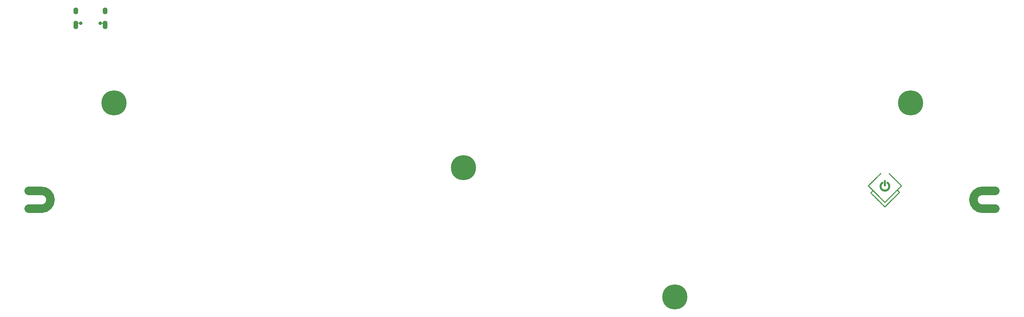
<source format=gts>
G04 #@! TF.GenerationSoftware,KiCad,Pcbnew,(5.1.10)-1*
G04 #@! TF.CreationDate,2021-06-19T15:41:07+07:00*
G04 #@! TF.ProjectId,Voyager60,566f7961-6765-4723-9630-2e6b69636164,rev?*
G04 #@! TF.SameCoordinates,Original*
G04 #@! TF.FileFunction,Soldermask,Top*
G04 #@! TF.FilePolarity,Negative*
%FSLAX46Y46*%
G04 Gerber Fmt 4.6, Leading zero omitted, Abs format (unit mm)*
G04 Created by KiCad (PCBNEW (5.1.10)-1) date 2021-06-19 15:41:07*
%MOMM*%
%LPD*%
G01*
G04 APERTURE LIST*
%ADD10C,0.010000*%
%ADD11C,2.501900*%
%ADD12C,1.400000*%
%ADD13C,7.400240*%
%ADD14C,7.401300*%
%ADD15O,1.400000X2.000000*%
%ADD16O,1.400000X2.500000*%
%ADD17C,1.050000*%
%ADD18C,0.100000*%
G04 APERTURE END LIST*
D10*
G36*
X275084243Y-73239364D02*
G01*
X275126150Y-73250823D01*
X275137410Y-73255383D01*
X275180544Y-73280003D01*
X275219043Y-73312886D01*
X275250930Y-73351859D01*
X275274229Y-73394747D01*
X275280907Y-73413175D01*
X275282638Y-73419011D01*
X275284186Y-73425119D01*
X275285560Y-73432138D01*
X275286771Y-73440706D01*
X275287829Y-73451463D01*
X275288743Y-73465047D01*
X275289525Y-73482098D01*
X275290184Y-73503254D01*
X275290731Y-73529155D01*
X275291175Y-73560440D01*
X275291526Y-73597747D01*
X275291795Y-73641715D01*
X275291993Y-73692984D01*
X275292128Y-73752193D01*
X275292212Y-73819980D01*
X275292253Y-73896984D01*
X275292264Y-73983846D01*
X275292253Y-74081202D01*
X275292244Y-74127540D01*
X275292173Y-74236289D01*
X275292009Y-74336985D01*
X275291754Y-74429300D01*
X275291411Y-74512911D01*
X275290983Y-74587492D01*
X275290473Y-74652719D01*
X275289882Y-74708266D01*
X275289214Y-74753810D01*
X275288472Y-74789024D01*
X275287657Y-74813585D01*
X275286774Y-74827166D01*
X275286454Y-74829242D01*
X275272782Y-74870023D01*
X275250601Y-74908286D01*
X275222497Y-74942315D01*
X275191270Y-74972379D01*
X275160798Y-74994040D01*
X275127659Y-75009522D01*
X275110123Y-75015316D01*
X275077318Y-75021782D01*
X275039538Y-75024167D01*
X275001424Y-75022521D01*
X274967622Y-75016890D01*
X274956842Y-75013706D01*
X274909690Y-74991573D01*
X274868056Y-74960395D01*
X274833216Y-74921721D01*
X274806451Y-74877103D01*
X274789040Y-74828092D01*
X274784558Y-74804747D01*
X274783669Y-74792652D01*
X274782855Y-74770064D01*
X274782116Y-74737897D01*
X274781452Y-74697066D01*
X274780863Y-74648485D01*
X274780349Y-74593068D01*
X274779909Y-74531730D01*
X274779544Y-74465385D01*
X274779253Y-74394948D01*
X274779037Y-74321332D01*
X274778895Y-74245452D01*
X274778828Y-74168222D01*
X274778835Y-74090557D01*
X274778916Y-74013372D01*
X274779071Y-73937579D01*
X274779300Y-73864095D01*
X274779604Y-73793832D01*
X274779981Y-73727706D01*
X274780433Y-73666631D01*
X274780958Y-73611521D01*
X274781557Y-73563290D01*
X274782230Y-73522853D01*
X274782976Y-73491124D01*
X274783796Y-73469018D01*
X274784653Y-73457691D01*
X274797598Y-73406216D01*
X274820311Y-73359251D01*
X274851641Y-73317974D01*
X274890435Y-73283567D01*
X274935541Y-73257209D01*
X274985809Y-73240080D01*
X274999787Y-73237248D01*
X275040456Y-73234620D01*
X275084243Y-73239364D01*
G37*
X275084243Y-73239364D02*
X275126150Y-73250823D01*
X275137410Y-73255383D01*
X275180544Y-73280003D01*
X275219043Y-73312886D01*
X275250930Y-73351859D01*
X275274229Y-73394747D01*
X275280907Y-73413175D01*
X275282638Y-73419011D01*
X275284186Y-73425119D01*
X275285560Y-73432138D01*
X275286771Y-73440706D01*
X275287829Y-73451463D01*
X275288743Y-73465047D01*
X275289525Y-73482098D01*
X275290184Y-73503254D01*
X275290731Y-73529155D01*
X275291175Y-73560440D01*
X275291526Y-73597747D01*
X275291795Y-73641715D01*
X275291993Y-73692984D01*
X275292128Y-73752193D01*
X275292212Y-73819980D01*
X275292253Y-73896984D01*
X275292264Y-73983846D01*
X275292253Y-74081202D01*
X275292244Y-74127540D01*
X275292173Y-74236289D01*
X275292009Y-74336985D01*
X275291754Y-74429300D01*
X275291411Y-74512911D01*
X275290983Y-74587492D01*
X275290473Y-74652719D01*
X275289882Y-74708266D01*
X275289214Y-74753810D01*
X275288472Y-74789024D01*
X275287657Y-74813585D01*
X275286774Y-74827166D01*
X275286454Y-74829242D01*
X275272782Y-74870023D01*
X275250601Y-74908286D01*
X275222497Y-74942315D01*
X275191270Y-74972379D01*
X275160798Y-74994040D01*
X275127659Y-75009522D01*
X275110123Y-75015316D01*
X275077318Y-75021782D01*
X275039538Y-75024167D01*
X275001424Y-75022521D01*
X274967622Y-75016890D01*
X274956842Y-75013706D01*
X274909690Y-74991573D01*
X274868056Y-74960395D01*
X274833216Y-74921721D01*
X274806451Y-74877103D01*
X274789040Y-74828092D01*
X274784558Y-74804747D01*
X274783669Y-74792652D01*
X274782855Y-74770064D01*
X274782116Y-74737897D01*
X274781452Y-74697066D01*
X274780863Y-74648485D01*
X274780349Y-74593068D01*
X274779909Y-74531730D01*
X274779544Y-74465385D01*
X274779253Y-74394948D01*
X274779037Y-74321332D01*
X274778895Y-74245452D01*
X274778828Y-74168222D01*
X274778835Y-74090557D01*
X274778916Y-74013372D01*
X274779071Y-73937579D01*
X274779300Y-73864095D01*
X274779604Y-73793832D01*
X274779981Y-73727706D01*
X274780433Y-73666631D01*
X274780958Y-73611521D01*
X274781557Y-73563290D01*
X274782230Y-73522853D01*
X274782976Y-73491124D01*
X274783796Y-73469018D01*
X274784653Y-73457691D01*
X274797598Y-73406216D01*
X274820311Y-73359251D01*
X274851641Y-73317974D01*
X274890435Y-73283567D01*
X274935541Y-73257209D01*
X274985809Y-73240080D01*
X274999787Y-73237248D01*
X275040456Y-73234620D01*
X275084243Y-73239364D01*
G36*
X275865188Y-73755422D02*
G01*
X275913364Y-73772664D01*
X275938454Y-73786934D01*
X275969567Y-73808504D01*
X276005164Y-73836121D01*
X276043706Y-73868532D01*
X276083654Y-73904486D01*
X276123471Y-73942727D01*
X276128859Y-73948105D01*
X276198795Y-74022114D01*
X276260129Y-74095807D01*
X276314965Y-74172109D01*
X276365403Y-74253947D01*
X276413545Y-74344247D01*
X276413962Y-74345082D01*
X276467070Y-74464202D01*
X276509540Y-74586926D01*
X276541297Y-74712533D01*
X276562265Y-74840299D01*
X276572370Y-74969502D01*
X276571536Y-75099418D01*
X276559688Y-75229326D01*
X276536752Y-75358502D01*
X276524462Y-75409781D01*
X276493163Y-75513141D01*
X276452502Y-75618248D01*
X276403724Y-75722624D01*
X276348073Y-75823794D01*
X276286793Y-75919279D01*
X276230637Y-75994837D01*
X276203726Y-76026637D01*
X276170366Y-76063114D01*
X276133017Y-76101810D01*
X276094140Y-76140264D01*
X276056195Y-76176016D01*
X276021641Y-76206605D01*
X276005867Y-76219626D01*
X275913097Y-76287806D01*
X275813177Y-76350290D01*
X275708146Y-76406107D01*
X275600043Y-76454287D01*
X275490906Y-76493861D01*
X275382774Y-76523858D01*
X275352316Y-76530541D01*
X275274545Y-76544165D01*
X275191920Y-76554327D01*
X275107979Y-76560780D01*
X275026255Y-76563281D01*
X274950286Y-76561584D01*
X274926607Y-76560024D01*
X274806326Y-76545958D01*
X274688856Y-76522601D01*
X274574535Y-76490495D01*
X274449917Y-76444831D01*
X274331191Y-76389622D01*
X274218735Y-76325318D01*
X274112927Y-76252369D01*
X274014147Y-76171228D01*
X273922773Y-76082345D01*
X273839184Y-75986169D01*
X273763757Y-75883153D01*
X273696873Y-75773747D01*
X273638908Y-75658402D01*
X273590242Y-75537568D01*
X273551254Y-75411696D01*
X273522321Y-75281237D01*
X273513540Y-75227129D01*
X273508945Y-75185698D01*
X273505696Y-75135785D01*
X273503794Y-75080246D01*
X273503240Y-75021935D01*
X273504035Y-74963708D01*
X273506178Y-74908419D01*
X273509672Y-74858924D01*
X273513446Y-74825366D01*
X273537355Y-74693649D01*
X273571885Y-74565509D01*
X273616803Y-74441503D01*
X273671874Y-74322190D01*
X273736866Y-74208127D01*
X273811543Y-74099871D01*
X273824705Y-74082702D01*
X273856286Y-74044275D01*
X273892540Y-74003831D01*
X273932016Y-73962706D01*
X273973265Y-73922235D01*
X274014836Y-73883754D01*
X274055279Y-73848599D01*
X274093145Y-73818105D01*
X274126984Y-73793608D01*
X274155345Y-73776443D01*
X274159372Y-73774421D01*
X274209022Y-73756456D01*
X274260524Y-73749073D01*
X274312134Y-73752097D01*
X274362110Y-73765355D01*
X274408710Y-73788676D01*
X274426182Y-73800911D01*
X274450711Y-73824077D01*
X274474810Y-73854413D01*
X274495689Y-73887924D01*
X274510556Y-73920611D01*
X274511339Y-73922882D01*
X274521626Y-73970352D01*
X274522472Y-74020710D01*
X274514271Y-74071050D01*
X274497414Y-74118461D01*
X274480930Y-74147966D01*
X274467917Y-74164266D01*
X274449008Y-74183887D01*
X274427550Y-74203443D01*
X274419434Y-74210146D01*
X274386945Y-74237758D01*
X274350980Y-74271086D01*
X274313720Y-74307875D01*
X274277342Y-74345869D01*
X274244024Y-74382812D01*
X274215945Y-74416450D01*
X274200738Y-74436590D01*
X274152597Y-74512233D01*
X274109743Y-74595429D01*
X274073531Y-74683013D01*
X274045315Y-74771823D01*
X274030994Y-74833287D01*
X274023298Y-74883281D01*
X274017925Y-74940561D01*
X274015024Y-75001208D01*
X274014746Y-75061301D01*
X274017241Y-75116921D01*
X274019293Y-75139307D01*
X274036456Y-75244087D01*
X274064478Y-75346054D01*
X274102996Y-75444476D01*
X274151644Y-75538618D01*
X274210058Y-75627745D01*
X274277873Y-75711125D01*
X274330505Y-75765450D01*
X274408680Y-75832899D01*
X274494470Y-75892717D01*
X274586376Y-75944147D01*
X274682898Y-75986430D01*
X274782536Y-76018807D01*
X274870001Y-76038226D01*
X274904398Y-76042746D01*
X274946755Y-76046047D01*
X274994081Y-76048100D01*
X275043382Y-76048874D01*
X275091666Y-76048340D01*
X275135941Y-76046469D01*
X275173214Y-76043232D01*
X275186788Y-76041340D01*
X275293638Y-76018427D01*
X275396304Y-75985330D01*
X275494128Y-75942483D01*
X275586452Y-75890323D01*
X275672617Y-75829285D01*
X275751965Y-75759803D01*
X275823838Y-75682314D01*
X275887576Y-75597252D01*
X275908999Y-75563893D01*
X275928702Y-75529458D01*
X275949999Y-75488243D01*
X275971079Y-75444082D01*
X275990129Y-75400810D01*
X276005339Y-75362263D01*
X276008616Y-75352978D01*
X276037058Y-75252219D01*
X276054690Y-75149185D01*
X276061620Y-75044931D01*
X276057954Y-74940517D01*
X276043801Y-74836998D01*
X276019269Y-74735434D01*
X275984464Y-74636880D01*
X275939496Y-74542396D01*
X275923096Y-74513395D01*
X275877204Y-74441535D01*
X275827454Y-74376161D01*
X275771659Y-74314729D01*
X275707631Y-74254694D01*
X275681588Y-74232468D01*
X275656622Y-74210923D01*
X275633167Y-74189390D01*
X275613493Y-74170042D01*
X275599871Y-74155051D01*
X275597542Y-74152055D01*
X275574846Y-74112502D01*
X275559324Y-74067128D01*
X275551634Y-74019295D01*
X275552435Y-73972368D01*
X275557200Y-73946304D01*
X275575491Y-73895696D01*
X275602060Y-73851510D01*
X275635653Y-73814355D01*
X275675020Y-73784843D01*
X275718909Y-73763584D01*
X275766068Y-73751187D01*
X275815245Y-73748263D01*
X275865188Y-73755422D01*
G37*
X275865188Y-73755422D02*
X275913364Y-73772664D01*
X275938454Y-73786934D01*
X275969567Y-73808504D01*
X276005164Y-73836121D01*
X276043706Y-73868532D01*
X276083654Y-73904486D01*
X276123471Y-73942727D01*
X276128859Y-73948105D01*
X276198795Y-74022114D01*
X276260129Y-74095807D01*
X276314965Y-74172109D01*
X276365403Y-74253947D01*
X276413545Y-74344247D01*
X276413962Y-74345082D01*
X276467070Y-74464202D01*
X276509540Y-74586926D01*
X276541297Y-74712533D01*
X276562265Y-74840299D01*
X276572370Y-74969502D01*
X276571536Y-75099418D01*
X276559688Y-75229326D01*
X276536752Y-75358502D01*
X276524462Y-75409781D01*
X276493163Y-75513141D01*
X276452502Y-75618248D01*
X276403724Y-75722624D01*
X276348073Y-75823794D01*
X276286793Y-75919279D01*
X276230637Y-75994837D01*
X276203726Y-76026637D01*
X276170366Y-76063114D01*
X276133017Y-76101810D01*
X276094140Y-76140264D01*
X276056195Y-76176016D01*
X276021641Y-76206605D01*
X276005867Y-76219626D01*
X275913097Y-76287806D01*
X275813177Y-76350290D01*
X275708146Y-76406107D01*
X275600043Y-76454287D01*
X275490906Y-76493861D01*
X275382774Y-76523858D01*
X275352316Y-76530541D01*
X275274545Y-76544165D01*
X275191920Y-76554327D01*
X275107979Y-76560780D01*
X275026255Y-76563281D01*
X274950286Y-76561584D01*
X274926607Y-76560024D01*
X274806326Y-76545958D01*
X274688856Y-76522601D01*
X274574535Y-76490495D01*
X274449917Y-76444831D01*
X274331191Y-76389622D01*
X274218735Y-76325318D01*
X274112927Y-76252369D01*
X274014147Y-76171228D01*
X273922773Y-76082345D01*
X273839184Y-75986169D01*
X273763757Y-75883153D01*
X273696873Y-75773747D01*
X273638908Y-75658402D01*
X273590242Y-75537568D01*
X273551254Y-75411696D01*
X273522321Y-75281237D01*
X273513540Y-75227129D01*
X273508945Y-75185698D01*
X273505696Y-75135785D01*
X273503794Y-75080246D01*
X273503240Y-75021935D01*
X273504035Y-74963708D01*
X273506178Y-74908419D01*
X273509672Y-74858924D01*
X273513446Y-74825366D01*
X273537355Y-74693649D01*
X273571885Y-74565509D01*
X273616803Y-74441503D01*
X273671874Y-74322190D01*
X273736866Y-74208127D01*
X273811543Y-74099871D01*
X273824705Y-74082702D01*
X273856286Y-74044275D01*
X273892540Y-74003831D01*
X273932016Y-73962706D01*
X273973265Y-73922235D01*
X274014836Y-73883754D01*
X274055279Y-73848599D01*
X274093145Y-73818105D01*
X274126984Y-73793608D01*
X274155345Y-73776443D01*
X274159372Y-73774421D01*
X274209022Y-73756456D01*
X274260524Y-73749073D01*
X274312134Y-73752097D01*
X274362110Y-73765355D01*
X274408710Y-73788676D01*
X274426182Y-73800911D01*
X274450711Y-73824077D01*
X274474810Y-73854413D01*
X274495689Y-73887924D01*
X274510556Y-73920611D01*
X274511339Y-73922882D01*
X274521626Y-73970352D01*
X274522472Y-74020710D01*
X274514271Y-74071050D01*
X274497414Y-74118461D01*
X274480930Y-74147966D01*
X274467917Y-74164266D01*
X274449008Y-74183887D01*
X274427550Y-74203443D01*
X274419434Y-74210146D01*
X274386945Y-74237758D01*
X274350980Y-74271086D01*
X274313720Y-74307875D01*
X274277342Y-74345869D01*
X274244024Y-74382812D01*
X274215945Y-74416450D01*
X274200738Y-74436590D01*
X274152597Y-74512233D01*
X274109743Y-74595429D01*
X274073531Y-74683013D01*
X274045315Y-74771823D01*
X274030994Y-74833287D01*
X274023298Y-74883281D01*
X274017925Y-74940561D01*
X274015024Y-75001208D01*
X274014746Y-75061301D01*
X274017241Y-75116921D01*
X274019293Y-75139307D01*
X274036456Y-75244087D01*
X274064478Y-75346054D01*
X274102996Y-75444476D01*
X274151644Y-75538618D01*
X274210058Y-75627745D01*
X274277873Y-75711125D01*
X274330505Y-75765450D01*
X274408680Y-75832899D01*
X274494470Y-75892717D01*
X274586376Y-75944147D01*
X274682898Y-75986430D01*
X274782536Y-76018807D01*
X274870001Y-76038226D01*
X274904398Y-76042746D01*
X274946755Y-76046047D01*
X274994081Y-76048100D01*
X275043382Y-76048874D01*
X275091666Y-76048340D01*
X275135941Y-76046469D01*
X275173214Y-76043232D01*
X275186788Y-76041340D01*
X275293638Y-76018427D01*
X275396304Y-75985330D01*
X275494128Y-75942483D01*
X275586452Y-75890323D01*
X275672617Y-75829285D01*
X275751965Y-75759803D01*
X275823838Y-75682314D01*
X275887576Y-75597252D01*
X275908999Y-75563893D01*
X275928702Y-75529458D01*
X275949999Y-75488243D01*
X275971079Y-75444082D01*
X275990129Y-75400810D01*
X276005339Y-75362263D01*
X276008616Y-75352978D01*
X276037058Y-75252219D01*
X276054690Y-75149185D01*
X276061620Y-75044931D01*
X276057954Y-74940517D01*
X276043801Y-74836998D01*
X276019269Y-74735434D01*
X275984464Y-74636880D01*
X275939496Y-74542396D01*
X275923096Y-74513395D01*
X275877204Y-74441535D01*
X275827454Y-74376161D01*
X275771659Y-74314729D01*
X275707631Y-74254694D01*
X275681588Y-74232468D01*
X275656622Y-74210923D01*
X275633167Y-74189390D01*
X275613493Y-74170042D01*
X275599871Y-74155051D01*
X275597542Y-74152055D01*
X275574846Y-74112502D01*
X275559324Y-74067128D01*
X275551634Y-74019295D01*
X275552435Y-73972368D01*
X275557200Y-73946304D01*
X275575491Y-73895696D01*
X275602060Y-73851510D01*
X275635653Y-73814355D01*
X275675020Y-73784843D01*
X275718909Y-73763584D01*
X275766068Y-73751187D01*
X275815245Y-73748263D01*
X275865188Y-73755422D01*
G36*
X273798260Y-71168222D02*
G01*
X273830853Y-71179348D01*
X273858921Y-71199104D01*
X273872849Y-71215250D01*
X273886121Y-71242590D01*
X273892713Y-71274963D01*
X273891956Y-71307700D01*
X273888360Y-71323555D01*
X273886693Y-71326473D01*
X273882741Y-71331609D01*
X273876300Y-71339169D01*
X273867167Y-71349358D01*
X273855137Y-71362382D01*
X273840007Y-71378447D01*
X273821573Y-71397758D01*
X273799631Y-71420522D01*
X273773977Y-71446944D01*
X273744407Y-71477229D01*
X273710717Y-71511584D01*
X273672703Y-71550215D01*
X273630161Y-71593326D01*
X273582887Y-71641125D01*
X273530678Y-71693815D01*
X273473329Y-71751604D01*
X273410637Y-71814697D01*
X273342397Y-71883300D01*
X273268406Y-71957618D01*
X273188460Y-72037858D01*
X273102354Y-72124224D01*
X273009885Y-72216923D01*
X272910849Y-72316161D01*
X272805042Y-72422143D01*
X272692260Y-72535074D01*
X272572299Y-72655162D01*
X272444955Y-72782610D01*
X272310024Y-72917626D01*
X272167303Y-73060415D01*
X272105377Y-73122365D01*
X270329417Y-74898948D01*
X275038387Y-79607918D01*
X277392877Y-77253423D01*
X279747366Y-74898928D01*
X277974193Y-73125209D01*
X277854879Y-73005836D01*
X277737578Y-72888436D01*
X277622550Y-72773268D01*
X277510055Y-72660594D01*
X277400353Y-72550677D01*
X277293703Y-72443776D01*
X277190365Y-72340153D01*
X277090599Y-72240070D01*
X276994666Y-72143787D01*
X276902824Y-72051566D01*
X276815334Y-71963669D01*
X276732455Y-71880356D01*
X276654447Y-71801890D01*
X276581570Y-71728530D01*
X276514085Y-71660539D01*
X276452250Y-71598177D01*
X276396325Y-71541707D01*
X276346570Y-71491389D01*
X276303246Y-71447485D01*
X276266612Y-71410255D01*
X276236927Y-71379962D01*
X276214452Y-71356866D01*
X276199447Y-71341229D01*
X276192170Y-71333312D01*
X276191507Y-71332433D01*
X276182834Y-71303228D01*
X276182787Y-71270807D01*
X276190701Y-71238587D01*
X276205910Y-71209987D01*
X276218007Y-71196222D01*
X276245125Y-71178246D01*
X276277434Y-71168277D01*
X276311541Y-71166799D01*
X276344050Y-71174296D01*
X276350817Y-71177279D01*
X276356257Y-71181655D01*
X276368366Y-71192754D01*
X276387206Y-71210641D01*
X276412842Y-71235378D01*
X276445339Y-71267030D01*
X276484761Y-71305661D01*
X276531170Y-71351333D01*
X276584633Y-71404111D01*
X276645212Y-71464059D01*
X276712972Y-71531239D01*
X276787977Y-71605716D01*
X276870291Y-71687554D01*
X276959978Y-71776817D01*
X277057102Y-71873567D01*
X277161728Y-71977868D01*
X277273919Y-72089785D01*
X277393739Y-72209382D01*
X277521253Y-72336721D01*
X277656525Y-72471866D01*
X277799618Y-72614881D01*
X277950598Y-72765831D01*
X278109527Y-72924778D01*
X278198504Y-73013784D01*
X280022984Y-74838995D01*
X280029871Y-74868961D01*
X280033756Y-74893648D01*
X280032361Y-74916392D01*
X280029844Y-74928893D01*
X280028814Y-74933045D01*
X280027432Y-74937254D01*
X280025310Y-74941923D01*
X280022063Y-74947454D01*
X280017303Y-74954246D01*
X280010645Y-74962703D01*
X280001702Y-74973226D01*
X279990088Y-74986215D01*
X279975416Y-75002074D01*
X279957301Y-75021202D01*
X279935354Y-75044002D01*
X279909191Y-75070876D01*
X279878425Y-75102224D01*
X279842669Y-75138449D01*
X279801537Y-75179951D01*
X279754643Y-75227132D01*
X279701600Y-75280395D01*
X279642021Y-75340139D01*
X279575521Y-75406768D01*
X279501713Y-75480682D01*
X279422907Y-75559583D01*
X278822883Y-76160307D01*
X279128833Y-76467134D01*
X279185901Y-76524387D01*
X279235438Y-76574157D01*
X279277989Y-76617027D01*
X279314100Y-76653579D01*
X279344318Y-76684399D01*
X279369187Y-76710070D01*
X279389254Y-76731175D01*
X279405064Y-76748298D01*
X279417162Y-76762023D01*
X279426095Y-76772933D01*
X279432408Y-76781613D01*
X279436647Y-76788644D01*
X279439357Y-76794612D01*
X279441085Y-76800100D01*
X279441430Y-76801475D01*
X279445072Y-76835879D01*
X279439944Y-76868756D01*
X279433758Y-76884214D01*
X279429346Y-76889022D01*
X279417096Y-76901665D01*
X279397240Y-76921907D01*
X279370015Y-76949515D01*
X279335654Y-76984251D01*
X279294393Y-77025880D01*
X279246466Y-77074168D01*
X279192107Y-77128879D01*
X279131551Y-77189778D01*
X279065034Y-77256628D01*
X278992788Y-77329195D01*
X278915050Y-77407244D01*
X278832053Y-77490538D01*
X278744032Y-77578843D01*
X278651223Y-77671923D01*
X278553859Y-77769543D01*
X278452175Y-77871468D01*
X278346405Y-77977461D01*
X278236785Y-78087288D01*
X278123549Y-78200714D01*
X278006932Y-78317502D01*
X277887167Y-78437418D01*
X277764491Y-78560226D01*
X277639137Y-78685691D01*
X277511340Y-78813577D01*
X277381334Y-78943650D01*
X277266948Y-79058075D01*
X277091734Y-79233319D01*
X276924490Y-79400556D01*
X276765132Y-79559870D01*
X276613578Y-79711343D01*
X276469743Y-79855059D01*
X276333543Y-79991102D01*
X276204895Y-80119554D01*
X276083715Y-80240500D01*
X275969919Y-80354021D01*
X275863424Y-80460202D01*
X275764146Y-80559126D01*
X275672001Y-80650877D01*
X275586904Y-80735536D01*
X275508774Y-80813188D01*
X275437525Y-80883917D01*
X275373075Y-80947804D01*
X275315339Y-81004935D01*
X275264233Y-81055391D01*
X275219674Y-81099256D01*
X275181579Y-81136614D01*
X275149863Y-81167547D01*
X275124442Y-81192140D01*
X275105234Y-81210475D01*
X275092154Y-81222635D01*
X275085118Y-81228705D01*
X275084046Y-81229416D01*
X275052240Y-81238346D01*
X275016769Y-81237905D01*
X274995574Y-81233262D01*
X274992508Y-81231281D01*
X274986360Y-81226167D01*
X274976957Y-81217747D01*
X274964127Y-81205850D01*
X274947696Y-81190305D01*
X274927492Y-81170939D01*
X274903342Y-81147581D01*
X274875074Y-81120059D01*
X274842513Y-81088202D01*
X274805488Y-81051838D01*
X274763825Y-81010795D01*
X274717352Y-80964902D01*
X274665895Y-80913988D01*
X274609283Y-80857880D01*
X274547342Y-80796407D01*
X274479899Y-80729397D01*
X274406781Y-80656679D01*
X274327816Y-80578080D01*
X274242831Y-80493431D01*
X274151652Y-80402558D01*
X274054108Y-80305290D01*
X273950025Y-80201456D01*
X273839230Y-80090883D01*
X273721550Y-79973401D01*
X273596813Y-79848838D01*
X273464846Y-79717021D01*
X273325476Y-79577780D01*
X273178530Y-79430943D01*
X273023835Y-79276338D01*
X272890776Y-79143339D01*
X272757728Y-79010325D01*
X272627067Y-78879661D01*
X272499020Y-78751573D01*
X272373815Y-78626289D01*
X272251676Y-78504038D01*
X272132833Y-78385047D01*
X272017510Y-78269544D01*
X271905936Y-78157756D01*
X271798336Y-78049912D01*
X271694938Y-77946240D01*
X271595969Y-77846966D01*
X271501655Y-77752319D01*
X271412224Y-77662527D01*
X271327901Y-77577818D01*
X271248915Y-77498418D01*
X271175491Y-77424557D01*
X271107856Y-77356462D01*
X271046238Y-77294361D01*
X270990863Y-77238481D01*
X270941958Y-77189051D01*
X270899750Y-77146297D01*
X270864465Y-77110449D01*
X270836331Y-77081733D01*
X270815574Y-77060378D01*
X270802421Y-77046611D01*
X270797099Y-77040661D01*
X270797010Y-77040512D01*
X270785825Y-77005738D01*
X270785762Y-76988011D01*
X271071428Y-76988011D01*
X273052052Y-78968733D01*
X273178111Y-79094783D01*
X273302156Y-79218788D01*
X273423944Y-79340505D01*
X273543228Y-79459690D01*
X273659764Y-79576099D01*
X273773308Y-79689489D01*
X273883614Y-79799614D01*
X273990438Y-79906233D01*
X274093535Y-80009100D01*
X274192660Y-80107972D01*
X274287568Y-80202605D01*
X274378015Y-80292756D01*
X274463757Y-80378179D01*
X274544547Y-80458633D01*
X274620141Y-80533872D01*
X274690295Y-80603653D01*
X274754764Y-80667732D01*
X274813302Y-80725866D01*
X274865666Y-80777809D01*
X274911610Y-80823320D01*
X274950890Y-80862153D01*
X274983261Y-80894065D01*
X275008477Y-80918812D01*
X275026295Y-80936150D01*
X275036469Y-80945835D01*
X275038932Y-80947933D01*
X275043318Y-80943837D01*
X275055529Y-80931902D01*
X275075324Y-80912367D01*
X275102463Y-80885472D01*
X275136707Y-80851456D01*
X275177815Y-80810560D01*
X275225547Y-80763024D01*
X275279664Y-80709088D01*
X275339924Y-80648990D01*
X275406088Y-80582972D01*
X275477916Y-80511272D01*
X275555167Y-80434132D01*
X275637603Y-80351790D01*
X275724981Y-80264487D01*
X275817063Y-80172462D01*
X275913609Y-80075956D01*
X276014378Y-79975207D01*
X276119129Y-79870457D01*
X276227624Y-79761945D01*
X276339622Y-79649910D01*
X276454883Y-79534593D01*
X276573167Y-79416233D01*
X276694233Y-79295070D01*
X276817842Y-79171345D01*
X276943753Y-79045297D01*
X277071727Y-78917165D01*
X277100526Y-78888328D01*
X279155864Y-76830247D01*
X278905079Y-76579511D01*
X278654295Y-76328775D01*
X276880586Y-78102287D01*
X276724738Y-78258100D01*
X276576822Y-78405943D01*
X276436719Y-78545935D01*
X276304308Y-78678196D01*
X276179468Y-78802847D01*
X276062079Y-78920007D01*
X275952019Y-79029797D01*
X275849168Y-79132335D01*
X275753406Y-79227741D01*
X275664611Y-79316137D01*
X275582663Y-79397641D01*
X275507441Y-79472373D01*
X275438825Y-79540454D01*
X275376693Y-79602003D01*
X275320925Y-79657140D01*
X275271400Y-79705984D01*
X275227998Y-79748657D01*
X275190598Y-79785277D01*
X275159079Y-79815964D01*
X275133320Y-79840839D01*
X275113200Y-79860021D01*
X275098600Y-79873631D01*
X275089398Y-79881787D01*
X275085657Y-79884554D01*
X275061341Y-79890896D01*
X275032721Y-79893073D01*
X275005430Y-79890917D01*
X274991665Y-79887338D01*
X274986475Y-79882891D01*
X274973450Y-79870593D01*
X274952818Y-79850669D01*
X274924809Y-79823349D01*
X274889653Y-79788860D01*
X274847577Y-79747430D01*
X274798811Y-79699286D01*
X274743585Y-79644656D01*
X274682127Y-79583767D01*
X274614667Y-79516848D01*
X274541433Y-79444127D01*
X274462655Y-79365830D01*
X274378561Y-79282185D01*
X274289382Y-79193421D01*
X274195345Y-79099765D01*
X274096680Y-79001445D01*
X273993616Y-78898687D01*
X273886382Y-78791721D01*
X273775208Y-78680774D01*
X273660322Y-78566073D01*
X273541953Y-78447847D01*
X273420331Y-78326322D01*
X273295685Y-78201727D01*
X273276078Y-78182124D01*
X271576558Y-76482881D01*
X271071428Y-76988011D01*
X270785762Y-76988011D01*
X270785700Y-76970705D01*
X270788953Y-76955197D01*
X270790746Y-76949692D01*
X270793579Y-76943634D01*
X270797999Y-76936440D01*
X270804550Y-76927530D01*
X270813777Y-76916323D01*
X270826225Y-76902236D01*
X270842439Y-76884690D01*
X270862965Y-76863103D01*
X270888347Y-76836893D01*
X270919130Y-76805479D01*
X270955860Y-76768281D01*
X270999082Y-76724716D01*
X271049340Y-76674204D01*
X271102138Y-76621219D01*
X271408050Y-76314365D01*
X270733356Y-75639466D01*
X270637498Y-75543526D01*
X270549588Y-75455427D01*
X270469450Y-75374991D01*
X270396909Y-75302040D01*
X270331791Y-75236394D01*
X270273918Y-75177876D01*
X270223117Y-75126306D01*
X270179211Y-75081505D01*
X270142024Y-75043296D01*
X270111383Y-75011499D01*
X270087110Y-74985935D01*
X270069032Y-74966426D01*
X270056971Y-74952794D01*
X270050753Y-74944859D01*
X270049905Y-74943346D01*
X270042157Y-74910687D01*
X270043847Y-74876374D01*
X270052114Y-74850410D01*
X270056996Y-74844543D01*
X270069653Y-74830943D01*
X270089773Y-74809923D01*
X270117046Y-74781793D01*
X270151158Y-74746865D01*
X270191800Y-74705451D01*
X270238659Y-74657862D01*
X270291423Y-74604409D01*
X270349781Y-74545404D01*
X270413422Y-74481158D01*
X270482033Y-74411982D01*
X270555304Y-74338189D01*
X270632923Y-74260089D01*
X270714577Y-74177994D01*
X270799957Y-74092215D01*
X270888749Y-74003063D01*
X270980642Y-73910851D01*
X271075326Y-73815889D01*
X271172488Y-73718490D01*
X271271816Y-73618963D01*
X271372999Y-73517622D01*
X271475726Y-73414776D01*
X271579685Y-73310738D01*
X271684565Y-73205819D01*
X271790053Y-73100331D01*
X271895838Y-72994584D01*
X272001609Y-72888890D01*
X272107054Y-72783562D01*
X272211861Y-72678909D01*
X272315720Y-72575244D01*
X272418317Y-72472878D01*
X272519343Y-72372122D01*
X272618485Y-72273287D01*
X272715431Y-72176686D01*
X272809870Y-72082630D01*
X272901491Y-71991429D01*
X272989981Y-71903396D01*
X273075030Y-71818842D01*
X273156326Y-71738078D01*
X273233557Y-71661416D01*
X273306411Y-71589167D01*
X273374577Y-71521642D01*
X273437744Y-71459153D01*
X273495600Y-71402012D01*
X273547832Y-71350529D01*
X273594131Y-71305017D01*
X273634184Y-71265786D01*
X273667679Y-71233148D01*
X273694305Y-71207414D01*
X273713750Y-71188896D01*
X273725704Y-71177906D01*
X273729672Y-71174739D01*
X273763685Y-71166446D01*
X273798260Y-71168222D01*
G37*
X273798260Y-71168222D02*
X273830853Y-71179348D01*
X273858921Y-71199104D01*
X273872849Y-71215250D01*
X273886121Y-71242590D01*
X273892713Y-71274963D01*
X273891956Y-71307700D01*
X273888360Y-71323555D01*
X273886693Y-71326473D01*
X273882741Y-71331609D01*
X273876300Y-71339169D01*
X273867167Y-71349358D01*
X273855137Y-71362382D01*
X273840007Y-71378447D01*
X273821573Y-71397758D01*
X273799631Y-71420522D01*
X273773977Y-71446944D01*
X273744407Y-71477229D01*
X273710717Y-71511584D01*
X273672703Y-71550215D01*
X273630161Y-71593326D01*
X273582887Y-71641125D01*
X273530678Y-71693815D01*
X273473329Y-71751604D01*
X273410637Y-71814697D01*
X273342397Y-71883300D01*
X273268406Y-71957618D01*
X273188460Y-72037858D01*
X273102354Y-72124224D01*
X273009885Y-72216923D01*
X272910849Y-72316161D01*
X272805042Y-72422143D01*
X272692260Y-72535074D01*
X272572299Y-72655162D01*
X272444955Y-72782610D01*
X272310024Y-72917626D01*
X272167303Y-73060415D01*
X272105377Y-73122365D01*
X270329417Y-74898948D01*
X275038387Y-79607918D01*
X277392877Y-77253423D01*
X279747366Y-74898928D01*
X277974193Y-73125209D01*
X277854879Y-73005836D01*
X277737578Y-72888436D01*
X277622550Y-72773268D01*
X277510055Y-72660594D01*
X277400353Y-72550677D01*
X277293703Y-72443776D01*
X277190365Y-72340153D01*
X277090599Y-72240070D01*
X276994666Y-72143787D01*
X276902824Y-72051566D01*
X276815334Y-71963669D01*
X276732455Y-71880356D01*
X276654447Y-71801890D01*
X276581570Y-71728530D01*
X276514085Y-71660539D01*
X276452250Y-71598177D01*
X276396325Y-71541707D01*
X276346570Y-71491389D01*
X276303246Y-71447485D01*
X276266612Y-71410255D01*
X276236927Y-71379962D01*
X276214452Y-71356866D01*
X276199447Y-71341229D01*
X276192170Y-71333312D01*
X276191507Y-71332433D01*
X276182834Y-71303228D01*
X276182787Y-71270807D01*
X276190701Y-71238587D01*
X276205910Y-71209987D01*
X276218007Y-71196222D01*
X276245125Y-71178246D01*
X276277434Y-71168277D01*
X276311541Y-71166799D01*
X276344050Y-71174296D01*
X276350817Y-71177279D01*
X276356257Y-71181655D01*
X276368366Y-71192754D01*
X276387206Y-71210641D01*
X276412842Y-71235378D01*
X276445339Y-71267030D01*
X276484761Y-71305661D01*
X276531170Y-71351333D01*
X276584633Y-71404111D01*
X276645212Y-71464059D01*
X276712972Y-71531239D01*
X276787977Y-71605716D01*
X276870291Y-71687554D01*
X276959978Y-71776817D01*
X277057102Y-71873567D01*
X277161728Y-71977868D01*
X277273919Y-72089785D01*
X277393739Y-72209382D01*
X277521253Y-72336721D01*
X277656525Y-72471866D01*
X277799618Y-72614881D01*
X277950598Y-72765831D01*
X278109527Y-72924778D01*
X278198504Y-73013784D01*
X280022984Y-74838995D01*
X280029871Y-74868961D01*
X280033756Y-74893648D01*
X280032361Y-74916392D01*
X280029844Y-74928893D01*
X280028814Y-74933045D01*
X280027432Y-74937254D01*
X280025310Y-74941923D01*
X280022063Y-74947454D01*
X280017303Y-74954246D01*
X280010645Y-74962703D01*
X280001702Y-74973226D01*
X279990088Y-74986215D01*
X279975416Y-75002074D01*
X279957301Y-75021202D01*
X279935354Y-75044002D01*
X279909191Y-75070876D01*
X279878425Y-75102224D01*
X279842669Y-75138449D01*
X279801537Y-75179951D01*
X279754643Y-75227132D01*
X279701600Y-75280395D01*
X279642021Y-75340139D01*
X279575521Y-75406768D01*
X279501713Y-75480682D01*
X279422907Y-75559583D01*
X278822883Y-76160307D01*
X279128833Y-76467134D01*
X279185901Y-76524387D01*
X279235438Y-76574157D01*
X279277989Y-76617027D01*
X279314100Y-76653579D01*
X279344318Y-76684399D01*
X279369187Y-76710070D01*
X279389254Y-76731175D01*
X279405064Y-76748298D01*
X279417162Y-76762023D01*
X279426095Y-76772933D01*
X279432408Y-76781613D01*
X279436647Y-76788644D01*
X279439357Y-76794612D01*
X279441085Y-76800100D01*
X279441430Y-76801475D01*
X279445072Y-76835879D01*
X279439944Y-76868756D01*
X279433758Y-76884214D01*
X279429346Y-76889022D01*
X279417096Y-76901665D01*
X279397240Y-76921907D01*
X279370015Y-76949515D01*
X279335654Y-76984251D01*
X279294393Y-77025880D01*
X279246466Y-77074168D01*
X279192107Y-77128879D01*
X279131551Y-77189778D01*
X279065034Y-77256628D01*
X278992788Y-77329195D01*
X278915050Y-77407244D01*
X278832053Y-77490538D01*
X278744032Y-77578843D01*
X278651223Y-77671923D01*
X278553859Y-77769543D01*
X278452175Y-77871468D01*
X278346405Y-77977461D01*
X278236785Y-78087288D01*
X278123549Y-78200714D01*
X278006932Y-78317502D01*
X277887167Y-78437418D01*
X277764491Y-78560226D01*
X277639137Y-78685691D01*
X277511340Y-78813577D01*
X277381334Y-78943650D01*
X277266948Y-79058075D01*
X277091734Y-79233319D01*
X276924490Y-79400556D01*
X276765132Y-79559870D01*
X276613578Y-79711343D01*
X276469743Y-79855059D01*
X276333543Y-79991102D01*
X276204895Y-80119554D01*
X276083715Y-80240500D01*
X275969919Y-80354021D01*
X275863424Y-80460202D01*
X275764146Y-80559126D01*
X275672001Y-80650877D01*
X275586904Y-80735536D01*
X275508774Y-80813188D01*
X275437525Y-80883917D01*
X275373075Y-80947804D01*
X275315339Y-81004935D01*
X275264233Y-81055391D01*
X275219674Y-81099256D01*
X275181579Y-81136614D01*
X275149863Y-81167547D01*
X275124442Y-81192140D01*
X275105234Y-81210475D01*
X275092154Y-81222635D01*
X275085118Y-81228705D01*
X275084046Y-81229416D01*
X275052240Y-81238346D01*
X275016769Y-81237905D01*
X274995574Y-81233262D01*
X274992508Y-81231281D01*
X274986360Y-81226167D01*
X274976957Y-81217747D01*
X274964127Y-81205850D01*
X274947696Y-81190305D01*
X274927492Y-81170939D01*
X274903342Y-81147581D01*
X274875074Y-81120059D01*
X274842513Y-81088202D01*
X274805488Y-81051838D01*
X274763825Y-81010795D01*
X274717352Y-80964902D01*
X274665895Y-80913988D01*
X274609283Y-80857880D01*
X274547342Y-80796407D01*
X274479899Y-80729397D01*
X274406781Y-80656679D01*
X274327816Y-80578080D01*
X274242831Y-80493431D01*
X274151652Y-80402558D01*
X274054108Y-80305290D01*
X273950025Y-80201456D01*
X273839230Y-80090883D01*
X273721550Y-79973401D01*
X273596813Y-79848838D01*
X273464846Y-79717021D01*
X273325476Y-79577780D01*
X273178530Y-79430943D01*
X273023835Y-79276338D01*
X272890776Y-79143339D01*
X272757728Y-79010325D01*
X272627067Y-78879661D01*
X272499020Y-78751573D01*
X272373815Y-78626289D01*
X272251676Y-78504038D01*
X272132833Y-78385047D01*
X272017510Y-78269544D01*
X271905936Y-78157756D01*
X271798336Y-78049912D01*
X271694938Y-77946240D01*
X271595969Y-77846966D01*
X271501655Y-77752319D01*
X271412224Y-77662527D01*
X271327901Y-77577818D01*
X271248915Y-77498418D01*
X271175491Y-77424557D01*
X271107856Y-77356462D01*
X271046238Y-77294361D01*
X270990863Y-77238481D01*
X270941958Y-77189051D01*
X270899750Y-77146297D01*
X270864465Y-77110449D01*
X270836331Y-77081733D01*
X270815574Y-77060378D01*
X270802421Y-77046611D01*
X270797099Y-77040661D01*
X270797010Y-77040512D01*
X270785825Y-77005738D01*
X270785762Y-76988011D01*
X271071428Y-76988011D01*
X273052052Y-78968733D01*
X273178111Y-79094783D01*
X273302156Y-79218788D01*
X273423944Y-79340505D01*
X273543228Y-79459690D01*
X273659764Y-79576099D01*
X273773308Y-79689489D01*
X273883614Y-79799614D01*
X273990438Y-79906233D01*
X274093535Y-80009100D01*
X274192660Y-80107972D01*
X274287568Y-80202605D01*
X274378015Y-80292756D01*
X274463757Y-80378179D01*
X274544547Y-80458633D01*
X274620141Y-80533872D01*
X274690295Y-80603653D01*
X274754764Y-80667732D01*
X274813302Y-80725866D01*
X274865666Y-80777809D01*
X274911610Y-80823320D01*
X274950890Y-80862153D01*
X274983261Y-80894065D01*
X275008477Y-80918812D01*
X275026295Y-80936150D01*
X275036469Y-80945835D01*
X275038932Y-80947933D01*
X275043318Y-80943837D01*
X275055529Y-80931902D01*
X275075324Y-80912367D01*
X275102463Y-80885472D01*
X275136707Y-80851456D01*
X275177815Y-80810560D01*
X275225547Y-80763024D01*
X275279664Y-80709088D01*
X275339924Y-80648990D01*
X275406088Y-80582972D01*
X275477916Y-80511272D01*
X275555167Y-80434132D01*
X275637603Y-80351790D01*
X275724981Y-80264487D01*
X275817063Y-80172462D01*
X275913609Y-80075956D01*
X276014378Y-79975207D01*
X276119129Y-79870457D01*
X276227624Y-79761945D01*
X276339622Y-79649910D01*
X276454883Y-79534593D01*
X276573167Y-79416233D01*
X276694233Y-79295070D01*
X276817842Y-79171345D01*
X276943753Y-79045297D01*
X277071727Y-78917165D01*
X277100526Y-78888328D01*
X279155864Y-76830247D01*
X278905079Y-76579511D01*
X278654295Y-76328775D01*
X276880586Y-78102287D01*
X276724738Y-78258100D01*
X276576822Y-78405943D01*
X276436719Y-78545935D01*
X276304308Y-78678196D01*
X276179468Y-78802847D01*
X276062079Y-78920007D01*
X275952019Y-79029797D01*
X275849168Y-79132335D01*
X275753406Y-79227741D01*
X275664611Y-79316137D01*
X275582663Y-79397641D01*
X275507441Y-79472373D01*
X275438825Y-79540454D01*
X275376693Y-79602003D01*
X275320925Y-79657140D01*
X275271400Y-79705984D01*
X275227998Y-79748657D01*
X275190598Y-79785277D01*
X275159079Y-79815964D01*
X275133320Y-79840839D01*
X275113200Y-79860021D01*
X275098600Y-79873631D01*
X275089398Y-79881787D01*
X275085657Y-79884554D01*
X275061341Y-79890896D01*
X275032721Y-79893073D01*
X275005430Y-79890917D01*
X274991665Y-79887338D01*
X274986475Y-79882891D01*
X274973450Y-79870593D01*
X274952818Y-79850669D01*
X274924809Y-79823349D01*
X274889653Y-79788860D01*
X274847577Y-79747430D01*
X274798811Y-79699286D01*
X274743585Y-79644656D01*
X274682127Y-79583767D01*
X274614667Y-79516848D01*
X274541433Y-79444127D01*
X274462655Y-79365830D01*
X274378561Y-79282185D01*
X274289382Y-79193421D01*
X274195345Y-79099765D01*
X274096680Y-79001445D01*
X273993616Y-78898687D01*
X273886382Y-78791721D01*
X273775208Y-78680774D01*
X273660322Y-78566073D01*
X273541953Y-78447847D01*
X273420331Y-78326322D01*
X273295685Y-78201727D01*
X273276078Y-78182124D01*
X271576558Y-76482881D01*
X271071428Y-76988011D01*
X270785762Y-76988011D01*
X270785700Y-76970705D01*
X270788953Y-76955197D01*
X270790746Y-76949692D01*
X270793579Y-76943634D01*
X270797999Y-76936440D01*
X270804550Y-76927530D01*
X270813777Y-76916323D01*
X270826225Y-76902236D01*
X270842439Y-76884690D01*
X270862965Y-76863103D01*
X270888347Y-76836893D01*
X270919130Y-76805479D01*
X270955860Y-76768281D01*
X270999082Y-76724716D01*
X271049340Y-76674204D01*
X271102138Y-76621219D01*
X271408050Y-76314365D01*
X270733356Y-75639466D01*
X270637498Y-75543526D01*
X270549588Y-75455427D01*
X270469450Y-75374991D01*
X270396909Y-75302040D01*
X270331791Y-75236394D01*
X270273918Y-75177876D01*
X270223117Y-75126306D01*
X270179211Y-75081505D01*
X270142024Y-75043296D01*
X270111383Y-75011499D01*
X270087110Y-74985935D01*
X270069032Y-74966426D01*
X270056971Y-74952794D01*
X270050753Y-74944859D01*
X270049905Y-74943346D01*
X270042157Y-74910687D01*
X270043847Y-74876374D01*
X270052114Y-74850410D01*
X270056996Y-74844543D01*
X270069653Y-74830943D01*
X270089773Y-74809923D01*
X270117046Y-74781793D01*
X270151158Y-74746865D01*
X270191800Y-74705451D01*
X270238659Y-74657862D01*
X270291423Y-74604409D01*
X270349781Y-74545404D01*
X270413422Y-74481158D01*
X270482033Y-74411982D01*
X270555304Y-74338189D01*
X270632923Y-74260089D01*
X270714577Y-74177994D01*
X270799957Y-74092215D01*
X270888749Y-74003063D01*
X270980642Y-73910851D01*
X271075326Y-73815889D01*
X271172488Y-73718490D01*
X271271816Y-73618963D01*
X271372999Y-73517622D01*
X271475726Y-73414776D01*
X271579685Y-73310738D01*
X271684565Y-73205819D01*
X271790053Y-73100331D01*
X271895838Y-72994584D01*
X272001609Y-72888890D01*
X272107054Y-72783562D01*
X272211861Y-72678909D01*
X272315720Y-72575244D01*
X272418317Y-72472878D01*
X272519343Y-72372122D01*
X272618485Y-72273287D01*
X272715431Y-72176686D01*
X272809870Y-72082630D01*
X272901491Y-71991429D01*
X272989981Y-71903396D01*
X273075030Y-71818842D01*
X273156326Y-71738078D01*
X273233557Y-71661416D01*
X273306411Y-71589167D01*
X273374577Y-71521642D01*
X273437744Y-71459153D01*
X273495600Y-71402012D01*
X273547832Y-71350529D01*
X273594131Y-71305017D01*
X273634184Y-71265786D01*
X273667679Y-71233148D01*
X273694305Y-71207414D01*
X273713750Y-71188896D01*
X273725704Y-71177906D01*
X273729672Y-71174739D01*
X273763685Y-71166446D01*
X273798260Y-71168222D01*
D11*
X22600000Y-81700950D02*
X26400000Y-81700950D01*
X22600000Y-76399050D02*
X26400000Y-76399050D01*
X303800000Y-81700950D02*
X307650000Y-81700950D01*
X303800000Y-76399050D02*
X307600000Y-76399050D01*
X26400000Y-81700950D02*
G75*
G03*
X29050950Y-79050000I0J2650950D01*
G01*
X29050950Y-79050000D02*
G75*
G03*
X26400000Y-76399050I-2650950J0D01*
G01*
X303800000Y-81700950D02*
G75*
G02*
X301149050Y-79050000I0J2650950D01*
G01*
X301149050Y-79050000D02*
G75*
G02*
X303800000Y-76399050I2650950J0D01*
G01*
D10*
G36*
X275084243Y-73239364D02*
G01*
X275126150Y-73250823D01*
X275137410Y-73255383D01*
X275180544Y-73280003D01*
X275219043Y-73312886D01*
X275250930Y-73351859D01*
X275274229Y-73394747D01*
X275280907Y-73413175D01*
X275282638Y-73419011D01*
X275284186Y-73425119D01*
X275285560Y-73432138D01*
X275286771Y-73440706D01*
X275287829Y-73451463D01*
X275288743Y-73465047D01*
X275289525Y-73482098D01*
X275290184Y-73503254D01*
X275290731Y-73529155D01*
X275291175Y-73560440D01*
X275291526Y-73597747D01*
X275291795Y-73641715D01*
X275291993Y-73692984D01*
X275292128Y-73752193D01*
X275292212Y-73819980D01*
X275292253Y-73896984D01*
X275292264Y-73983846D01*
X275292253Y-74081202D01*
X275292244Y-74127540D01*
X275292173Y-74236289D01*
X275292009Y-74336985D01*
X275291754Y-74429300D01*
X275291411Y-74512911D01*
X275290983Y-74587492D01*
X275290473Y-74652719D01*
X275289882Y-74708266D01*
X275289214Y-74753810D01*
X275288472Y-74789024D01*
X275287657Y-74813585D01*
X275286774Y-74827166D01*
X275286454Y-74829242D01*
X275272782Y-74870023D01*
X275250601Y-74908286D01*
X275222497Y-74942315D01*
X275191270Y-74972379D01*
X275160798Y-74994040D01*
X275127659Y-75009522D01*
X275110123Y-75015316D01*
X275077318Y-75021782D01*
X275039538Y-75024167D01*
X275001424Y-75022521D01*
X274967622Y-75016890D01*
X274956842Y-75013706D01*
X274909690Y-74991573D01*
X274868056Y-74960395D01*
X274833216Y-74921721D01*
X274806451Y-74877103D01*
X274789040Y-74828092D01*
X274784558Y-74804747D01*
X274783669Y-74792652D01*
X274782855Y-74770064D01*
X274782116Y-74737897D01*
X274781452Y-74697066D01*
X274780863Y-74648485D01*
X274780349Y-74593068D01*
X274779909Y-74531730D01*
X274779544Y-74465385D01*
X274779253Y-74394948D01*
X274779037Y-74321332D01*
X274778895Y-74245452D01*
X274778828Y-74168222D01*
X274778835Y-74090557D01*
X274778916Y-74013372D01*
X274779071Y-73937579D01*
X274779300Y-73864095D01*
X274779604Y-73793832D01*
X274779981Y-73727706D01*
X274780433Y-73666631D01*
X274780958Y-73611521D01*
X274781557Y-73563290D01*
X274782230Y-73522853D01*
X274782976Y-73491124D01*
X274783796Y-73469018D01*
X274784653Y-73457691D01*
X274797598Y-73406216D01*
X274820311Y-73359251D01*
X274851641Y-73317974D01*
X274890435Y-73283567D01*
X274935541Y-73257209D01*
X274985809Y-73240080D01*
X274999787Y-73237248D01*
X275040456Y-73234620D01*
X275084243Y-73239364D01*
G37*
X275084243Y-73239364D02*
X275126150Y-73250823D01*
X275137410Y-73255383D01*
X275180544Y-73280003D01*
X275219043Y-73312886D01*
X275250930Y-73351859D01*
X275274229Y-73394747D01*
X275280907Y-73413175D01*
X275282638Y-73419011D01*
X275284186Y-73425119D01*
X275285560Y-73432138D01*
X275286771Y-73440706D01*
X275287829Y-73451463D01*
X275288743Y-73465047D01*
X275289525Y-73482098D01*
X275290184Y-73503254D01*
X275290731Y-73529155D01*
X275291175Y-73560440D01*
X275291526Y-73597747D01*
X275291795Y-73641715D01*
X275291993Y-73692984D01*
X275292128Y-73752193D01*
X275292212Y-73819980D01*
X275292253Y-73896984D01*
X275292264Y-73983846D01*
X275292253Y-74081202D01*
X275292244Y-74127540D01*
X275292173Y-74236289D01*
X275292009Y-74336985D01*
X275291754Y-74429300D01*
X275291411Y-74512911D01*
X275290983Y-74587492D01*
X275290473Y-74652719D01*
X275289882Y-74708266D01*
X275289214Y-74753810D01*
X275288472Y-74789024D01*
X275287657Y-74813585D01*
X275286774Y-74827166D01*
X275286454Y-74829242D01*
X275272782Y-74870023D01*
X275250601Y-74908286D01*
X275222497Y-74942315D01*
X275191270Y-74972379D01*
X275160798Y-74994040D01*
X275127659Y-75009522D01*
X275110123Y-75015316D01*
X275077318Y-75021782D01*
X275039538Y-75024167D01*
X275001424Y-75022521D01*
X274967622Y-75016890D01*
X274956842Y-75013706D01*
X274909690Y-74991573D01*
X274868056Y-74960395D01*
X274833216Y-74921721D01*
X274806451Y-74877103D01*
X274789040Y-74828092D01*
X274784558Y-74804747D01*
X274783669Y-74792652D01*
X274782855Y-74770064D01*
X274782116Y-74737897D01*
X274781452Y-74697066D01*
X274780863Y-74648485D01*
X274780349Y-74593068D01*
X274779909Y-74531730D01*
X274779544Y-74465385D01*
X274779253Y-74394948D01*
X274779037Y-74321332D01*
X274778895Y-74245452D01*
X274778828Y-74168222D01*
X274778835Y-74090557D01*
X274778916Y-74013372D01*
X274779071Y-73937579D01*
X274779300Y-73864095D01*
X274779604Y-73793832D01*
X274779981Y-73727706D01*
X274780433Y-73666631D01*
X274780958Y-73611521D01*
X274781557Y-73563290D01*
X274782230Y-73522853D01*
X274782976Y-73491124D01*
X274783796Y-73469018D01*
X274784653Y-73457691D01*
X274797598Y-73406216D01*
X274820311Y-73359251D01*
X274851641Y-73317974D01*
X274890435Y-73283567D01*
X274935541Y-73257209D01*
X274985809Y-73240080D01*
X274999787Y-73237248D01*
X275040456Y-73234620D01*
X275084243Y-73239364D01*
G36*
X275865188Y-73755422D02*
G01*
X275913364Y-73772664D01*
X275938454Y-73786934D01*
X275969567Y-73808504D01*
X276005164Y-73836121D01*
X276043706Y-73868532D01*
X276083654Y-73904486D01*
X276123471Y-73942727D01*
X276128859Y-73948105D01*
X276198795Y-74022114D01*
X276260129Y-74095807D01*
X276314965Y-74172109D01*
X276365403Y-74253947D01*
X276413545Y-74344247D01*
X276413962Y-74345082D01*
X276467070Y-74464202D01*
X276509540Y-74586926D01*
X276541297Y-74712533D01*
X276562265Y-74840299D01*
X276572370Y-74969502D01*
X276571536Y-75099418D01*
X276559688Y-75229326D01*
X276536752Y-75358502D01*
X276524462Y-75409781D01*
X276493163Y-75513141D01*
X276452502Y-75618248D01*
X276403724Y-75722624D01*
X276348073Y-75823794D01*
X276286793Y-75919279D01*
X276230637Y-75994837D01*
X276203726Y-76026637D01*
X276170366Y-76063114D01*
X276133017Y-76101810D01*
X276094140Y-76140264D01*
X276056195Y-76176016D01*
X276021641Y-76206605D01*
X276005867Y-76219626D01*
X275913097Y-76287806D01*
X275813177Y-76350290D01*
X275708146Y-76406107D01*
X275600043Y-76454287D01*
X275490906Y-76493861D01*
X275382774Y-76523858D01*
X275352316Y-76530541D01*
X275274545Y-76544165D01*
X275191920Y-76554327D01*
X275107979Y-76560780D01*
X275026255Y-76563281D01*
X274950286Y-76561584D01*
X274926607Y-76560024D01*
X274806326Y-76545958D01*
X274688856Y-76522601D01*
X274574535Y-76490495D01*
X274449917Y-76444831D01*
X274331191Y-76389622D01*
X274218735Y-76325318D01*
X274112927Y-76252369D01*
X274014147Y-76171228D01*
X273922773Y-76082345D01*
X273839184Y-75986169D01*
X273763757Y-75883153D01*
X273696873Y-75773747D01*
X273638908Y-75658402D01*
X273590242Y-75537568D01*
X273551254Y-75411696D01*
X273522321Y-75281237D01*
X273513540Y-75227129D01*
X273508945Y-75185698D01*
X273505696Y-75135785D01*
X273503794Y-75080246D01*
X273503240Y-75021935D01*
X273504035Y-74963708D01*
X273506178Y-74908419D01*
X273509672Y-74858924D01*
X273513446Y-74825366D01*
X273537355Y-74693649D01*
X273571885Y-74565509D01*
X273616803Y-74441503D01*
X273671874Y-74322190D01*
X273736866Y-74208127D01*
X273811543Y-74099871D01*
X273824705Y-74082702D01*
X273856286Y-74044275D01*
X273892540Y-74003831D01*
X273932016Y-73962706D01*
X273973265Y-73922235D01*
X274014836Y-73883754D01*
X274055279Y-73848599D01*
X274093145Y-73818105D01*
X274126984Y-73793608D01*
X274155345Y-73776443D01*
X274159372Y-73774421D01*
X274209022Y-73756456D01*
X274260524Y-73749073D01*
X274312134Y-73752097D01*
X274362110Y-73765355D01*
X274408710Y-73788676D01*
X274426182Y-73800911D01*
X274450711Y-73824077D01*
X274474810Y-73854413D01*
X274495689Y-73887924D01*
X274510556Y-73920611D01*
X274511339Y-73922882D01*
X274521626Y-73970352D01*
X274522472Y-74020710D01*
X274514271Y-74071050D01*
X274497414Y-74118461D01*
X274480930Y-74147966D01*
X274467917Y-74164266D01*
X274449008Y-74183887D01*
X274427550Y-74203443D01*
X274419434Y-74210146D01*
X274386945Y-74237758D01*
X274350980Y-74271086D01*
X274313720Y-74307875D01*
X274277342Y-74345869D01*
X274244024Y-74382812D01*
X274215945Y-74416450D01*
X274200738Y-74436590D01*
X274152597Y-74512233D01*
X274109743Y-74595429D01*
X274073531Y-74683013D01*
X274045315Y-74771823D01*
X274030994Y-74833287D01*
X274023298Y-74883281D01*
X274017925Y-74940561D01*
X274015024Y-75001208D01*
X274014746Y-75061301D01*
X274017241Y-75116921D01*
X274019293Y-75139307D01*
X274036456Y-75244087D01*
X274064478Y-75346054D01*
X274102996Y-75444476D01*
X274151644Y-75538618D01*
X274210058Y-75627745D01*
X274277873Y-75711125D01*
X274330505Y-75765450D01*
X274408680Y-75832899D01*
X274494470Y-75892717D01*
X274586376Y-75944147D01*
X274682898Y-75986430D01*
X274782536Y-76018807D01*
X274870001Y-76038226D01*
X274904398Y-76042746D01*
X274946755Y-76046047D01*
X274994081Y-76048100D01*
X275043382Y-76048874D01*
X275091666Y-76048340D01*
X275135941Y-76046469D01*
X275173214Y-76043232D01*
X275186788Y-76041340D01*
X275293638Y-76018427D01*
X275396304Y-75985330D01*
X275494128Y-75942483D01*
X275586452Y-75890323D01*
X275672617Y-75829285D01*
X275751965Y-75759803D01*
X275823838Y-75682314D01*
X275887576Y-75597252D01*
X275908999Y-75563893D01*
X275928702Y-75529458D01*
X275949999Y-75488243D01*
X275971079Y-75444082D01*
X275990129Y-75400810D01*
X276005339Y-75362263D01*
X276008616Y-75352978D01*
X276037058Y-75252219D01*
X276054690Y-75149185D01*
X276061620Y-75044931D01*
X276057954Y-74940517D01*
X276043801Y-74836998D01*
X276019269Y-74735434D01*
X275984464Y-74636880D01*
X275939496Y-74542396D01*
X275923096Y-74513395D01*
X275877204Y-74441535D01*
X275827454Y-74376161D01*
X275771659Y-74314729D01*
X275707631Y-74254694D01*
X275681588Y-74232468D01*
X275656622Y-74210923D01*
X275633167Y-74189390D01*
X275613493Y-74170042D01*
X275599871Y-74155051D01*
X275597542Y-74152055D01*
X275574846Y-74112502D01*
X275559324Y-74067128D01*
X275551634Y-74019295D01*
X275552435Y-73972368D01*
X275557200Y-73946304D01*
X275575491Y-73895696D01*
X275602060Y-73851510D01*
X275635653Y-73814355D01*
X275675020Y-73784843D01*
X275718909Y-73763584D01*
X275766068Y-73751187D01*
X275815245Y-73748263D01*
X275865188Y-73755422D01*
G37*
X275865188Y-73755422D02*
X275913364Y-73772664D01*
X275938454Y-73786934D01*
X275969567Y-73808504D01*
X276005164Y-73836121D01*
X276043706Y-73868532D01*
X276083654Y-73904486D01*
X276123471Y-73942727D01*
X276128859Y-73948105D01*
X276198795Y-74022114D01*
X276260129Y-74095807D01*
X276314965Y-74172109D01*
X276365403Y-74253947D01*
X276413545Y-74344247D01*
X276413962Y-74345082D01*
X276467070Y-74464202D01*
X276509540Y-74586926D01*
X276541297Y-74712533D01*
X276562265Y-74840299D01*
X276572370Y-74969502D01*
X276571536Y-75099418D01*
X276559688Y-75229326D01*
X276536752Y-75358502D01*
X276524462Y-75409781D01*
X276493163Y-75513141D01*
X276452502Y-75618248D01*
X276403724Y-75722624D01*
X276348073Y-75823794D01*
X276286793Y-75919279D01*
X276230637Y-75994837D01*
X276203726Y-76026637D01*
X276170366Y-76063114D01*
X276133017Y-76101810D01*
X276094140Y-76140264D01*
X276056195Y-76176016D01*
X276021641Y-76206605D01*
X276005867Y-76219626D01*
X275913097Y-76287806D01*
X275813177Y-76350290D01*
X275708146Y-76406107D01*
X275600043Y-76454287D01*
X275490906Y-76493861D01*
X275382774Y-76523858D01*
X275352316Y-76530541D01*
X275274545Y-76544165D01*
X275191920Y-76554327D01*
X275107979Y-76560780D01*
X275026255Y-76563281D01*
X274950286Y-76561584D01*
X274926607Y-76560024D01*
X274806326Y-76545958D01*
X274688856Y-76522601D01*
X274574535Y-76490495D01*
X274449917Y-76444831D01*
X274331191Y-76389622D01*
X274218735Y-76325318D01*
X274112927Y-76252369D01*
X274014147Y-76171228D01*
X273922773Y-76082345D01*
X273839184Y-75986169D01*
X273763757Y-75883153D01*
X273696873Y-75773747D01*
X273638908Y-75658402D01*
X273590242Y-75537568D01*
X273551254Y-75411696D01*
X273522321Y-75281237D01*
X273513540Y-75227129D01*
X273508945Y-75185698D01*
X273505696Y-75135785D01*
X273503794Y-75080246D01*
X273503240Y-75021935D01*
X273504035Y-74963708D01*
X273506178Y-74908419D01*
X273509672Y-74858924D01*
X273513446Y-74825366D01*
X273537355Y-74693649D01*
X273571885Y-74565509D01*
X273616803Y-74441503D01*
X273671874Y-74322190D01*
X273736866Y-74208127D01*
X273811543Y-74099871D01*
X273824705Y-74082702D01*
X273856286Y-74044275D01*
X273892540Y-74003831D01*
X273932016Y-73962706D01*
X273973265Y-73922235D01*
X274014836Y-73883754D01*
X274055279Y-73848599D01*
X274093145Y-73818105D01*
X274126984Y-73793608D01*
X274155345Y-73776443D01*
X274159372Y-73774421D01*
X274209022Y-73756456D01*
X274260524Y-73749073D01*
X274312134Y-73752097D01*
X274362110Y-73765355D01*
X274408710Y-73788676D01*
X274426182Y-73800911D01*
X274450711Y-73824077D01*
X274474810Y-73854413D01*
X274495689Y-73887924D01*
X274510556Y-73920611D01*
X274511339Y-73922882D01*
X274521626Y-73970352D01*
X274522472Y-74020710D01*
X274514271Y-74071050D01*
X274497414Y-74118461D01*
X274480930Y-74147966D01*
X274467917Y-74164266D01*
X274449008Y-74183887D01*
X274427550Y-74203443D01*
X274419434Y-74210146D01*
X274386945Y-74237758D01*
X274350980Y-74271086D01*
X274313720Y-74307875D01*
X274277342Y-74345869D01*
X274244024Y-74382812D01*
X274215945Y-74416450D01*
X274200738Y-74436590D01*
X274152597Y-74512233D01*
X274109743Y-74595429D01*
X274073531Y-74683013D01*
X274045315Y-74771823D01*
X274030994Y-74833287D01*
X274023298Y-74883281D01*
X274017925Y-74940561D01*
X274015024Y-75001208D01*
X274014746Y-75061301D01*
X274017241Y-75116921D01*
X274019293Y-75139307D01*
X274036456Y-75244087D01*
X274064478Y-75346054D01*
X274102996Y-75444476D01*
X274151644Y-75538618D01*
X274210058Y-75627745D01*
X274277873Y-75711125D01*
X274330505Y-75765450D01*
X274408680Y-75832899D01*
X274494470Y-75892717D01*
X274586376Y-75944147D01*
X274682898Y-75986430D01*
X274782536Y-76018807D01*
X274870001Y-76038226D01*
X274904398Y-76042746D01*
X274946755Y-76046047D01*
X274994081Y-76048100D01*
X275043382Y-76048874D01*
X275091666Y-76048340D01*
X275135941Y-76046469D01*
X275173214Y-76043232D01*
X275186788Y-76041340D01*
X275293638Y-76018427D01*
X275396304Y-75985330D01*
X275494128Y-75942483D01*
X275586452Y-75890323D01*
X275672617Y-75829285D01*
X275751965Y-75759803D01*
X275823838Y-75682314D01*
X275887576Y-75597252D01*
X275908999Y-75563893D01*
X275928702Y-75529458D01*
X275949999Y-75488243D01*
X275971079Y-75444082D01*
X275990129Y-75400810D01*
X276005339Y-75362263D01*
X276008616Y-75352978D01*
X276037058Y-75252219D01*
X276054690Y-75149185D01*
X276061620Y-75044931D01*
X276057954Y-74940517D01*
X276043801Y-74836998D01*
X276019269Y-74735434D01*
X275984464Y-74636880D01*
X275939496Y-74542396D01*
X275923096Y-74513395D01*
X275877204Y-74441535D01*
X275827454Y-74376161D01*
X275771659Y-74314729D01*
X275707631Y-74254694D01*
X275681588Y-74232468D01*
X275656622Y-74210923D01*
X275633167Y-74189390D01*
X275613493Y-74170042D01*
X275599871Y-74155051D01*
X275597542Y-74152055D01*
X275574846Y-74112502D01*
X275559324Y-74067128D01*
X275551634Y-74019295D01*
X275552435Y-73972368D01*
X275557200Y-73946304D01*
X275575491Y-73895696D01*
X275602060Y-73851510D01*
X275635653Y-73814355D01*
X275675020Y-73784843D01*
X275718909Y-73763584D01*
X275766068Y-73751187D01*
X275815245Y-73748263D01*
X275865188Y-73755422D01*
G36*
X273798260Y-71168222D02*
G01*
X273830853Y-71179348D01*
X273858921Y-71199104D01*
X273872849Y-71215250D01*
X273886121Y-71242590D01*
X273892713Y-71274963D01*
X273891956Y-71307700D01*
X273888360Y-71323555D01*
X273886693Y-71326473D01*
X273882741Y-71331609D01*
X273876300Y-71339169D01*
X273867167Y-71349358D01*
X273855137Y-71362382D01*
X273840007Y-71378447D01*
X273821573Y-71397758D01*
X273799631Y-71420522D01*
X273773977Y-71446944D01*
X273744407Y-71477229D01*
X273710717Y-71511584D01*
X273672703Y-71550215D01*
X273630161Y-71593326D01*
X273582887Y-71641125D01*
X273530678Y-71693815D01*
X273473329Y-71751604D01*
X273410637Y-71814697D01*
X273342397Y-71883300D01*
X273268406Y-71957618D01*
X273188460Y-72037858D01*
X273102354Y-72124224D01*
X273009885Y-72216923D01*
X272910849Y-72316161D01*
X272805042Y-72422143D01*
X272692260Y-72535074D01*
X272572299Y-72655162D01*
X272444955Y-72782610D01*
X272310024Y-72917626D01*
X272167303Y-73060415D01*
X272105377Y-73122365D01*
X270329417Y-74898948D01*
X275038387Y-79607918D01*
X277392877Y-77253423D01*
X279747366Y-74898928D01*
X277974193Y-73125209D01*
X277854879Y-73005836D01*
X277737578Y-72888436D01*
X277622550Y-72773268D01*
X277510055Y-72660594D01*
X277400353Y-72550677D01*
X277293703Y-72443776D01*
X277190365Y-72340153D01*
X277090599Y-72240070D01*
X276994666Y-72143787D01*
X276902824Y-72051566D01*
X276815334Y-71963669D01*
X276732455Y-71880356D01*
X276654447Y-71801890D01*
X276581570Y-71728530D01*
X276514085Y-71660539D01*
X276452250Y-71598177D01*
X276396325Y-71541707D01*
X276346570Y-71491389D01*
X276303246Y-71447485D01*
X276266612Y-71410255D01*
X276236927Y-71379962D01*
X276214452Y-71356866D01*
X276199447Y-71341229D01*
X276192170Y-71333312D01*
X276191507Y-71332433D01*
X276182834Y-71303228D01*
X276182787Y-71270807D01*
X276190701Y-71238587D01*
X276205910Y-71209987D01*
X276218007Y-71196222D01*
X276245125Y-71178246D01*
X276277434Y-71168277D01*
X276311541Y-71166799D01*
X276344050Y-71174296D01*
X276350817Y-71177279D01*
X276356257Y-71181655D01*
X276368366Y-71192754D01*
X276387206Y-71210641D01*
X276412842Y-71235378D01*
X276445339Y-71267030D01*
X276484761Y-71305661D01*
X276531170Y-71351333D01*
X276584633Y-71404111D01*
X276645212Y-71464059D01*
X276712972Y-71531239D01*
X276787977Y-71605716D01*
X276870291Y-71687554D01*
X276959978Y-71776817D01*
X277057102Y-71873567D01*
X277161728Y-71977868D01*
X277273919Y-72089785D01*
X277393739Y-72209382D01*
X277521253Y-72336721D01*
X277656525Y-72471866D01*
X277799618Y-72614881D01*
X277950598Y-72765831D01*
X278109527Y-72924778D01*
X278198504Y-73013784D01*
X280022984Y-74838995D01*
X280029871Y-74868961D01*
X280033756Y-74893648D01*
X280032361Y-74916392D01*
X280029844Y-74928893D01*
X280028814Y-74933045D01*
X280027432Y-74937254D01*
X280025310Y-74941923D01*
X280022063Y-74947454D01*
X280017303Y-74954246D01*
X280010645Y-74962703D01*
X280001702Y-74973226D01*
X279990088Y-74986215D01*
X279975416Y-75002074D01*
X279957301Y-75021202D01*
X279935354Y-75044002D01*
X279909191Y-75070876D01*
X279878425Y-75102224D01*
X279842669Y-75138449D01*
X279801537Y-75179951D01*
X279754643Y-75227132D01*
X279701600Y-75280395D01*
X279642021Y-75340139D01*
X279575521Y-75406768D01*
X279501713Y-75480682D01*
X279422907Y-75559583D01*
X278822883Y-76160307D01*
X279128833Y-76467134D01*
X279185901Y-76524387D01*
X279235438Y-76574157D01*
X279277989Y-76617027D01*
X279314100Y-76653579D01*
X279344318Y-76684399D01*
X279369187Y-76710070D01*
X279389254Y-76731175D01*
X279405064Y-76748298D01*
X279417162Y-76762023D01*
X279426095Y-76772933D01*
X279432408Y-76781613D01*
X279436647Y-76788644D01*
X279439357Y-76794612D01*
X279441085Y-76800100D01*
X279441430Y-76801475D01*
X279445072Y-76835879D01*
X279439944Y-76868756D01*
X279433758Y-76884214D01*
X279429346Y-76889022D01*
X279417096Y-76901665D01*
X279397240Y-76921907D01*
X279370015Y-76949515D01*
X279335654Y-76984251D01*
X279294393Y-77025880D01*
X279246466Y-77074168D01*
X279192107Y-77128879D01*
X279131551Y-77189778D01*
X279065034Y-77256628D01*
X278992788Y-77329195D01*
X278915050Y-77407244D01*
X278832053Y-77490538D01*
X278744032Y-77578843D01*
X278651223Y-77671923D01*
X278553859Y-77769543D01*
X278452175Y-77871468D01*
X278346405Y-77977461D01*
X278236785Y-78087288D01*
X278123549Y-78200714D01*
X278006932Y-78317502D01*
X277887167Y-78437418D01*
X277764491Y-78560226D01*
X277639137Y-78685691D01*
X277511340Y-78813577D01*
X277381334Y-78943650D01*
X277266948Y-79058075D01*
X277091734Y-79233319D01*
X276924490Y-79400556D01*
X276765132Y-79559870D01*
X276613578Y-79711343D01*
X276469743Y-79855059D01*
X276333543Y-79991102D01*
X276204895Y-80119554D01*
X276083715Y-80240500D01*
X275969919Y-80354021D01*
X275863424Y-80460202D01*
X275764146Y-80559126D01*
X275672001Y-80650877D01*
X275586904Y-80735536D01*
X275508774Y-80813188D01*
X275437525Y-80883917D01*
X275373075Y-80947804D01*
X275315339Y-81004935D01*
X275264233Y-81055391D01*
X275219674Y-81099256D01*
X275181579Y-81136614D01*
X275149863Y-81167547D01*
X275124442Y-81192140D01*
X275105234Y-81210475D01*
X275092154Y-81222635D01*
X275085118Y-81228705D01*
X275084046Y-81229416D01*
X275052240Y-81238346D01*
X275016769Y-81237905D01*
X274995574Y-81233262D01*
X274992508Y-81231281D01*
X274986360Y-81226167D01*
X274976957Y-81217747D01*
X274964127Y-81205850D01*
X274947696Y-81190305D01*
X274927492Y-81170939D01*
X274903342Y-81147581D01*
X274875074Y-81120059D01*
X274842513Y-81088202D01*
X274805488Y-81051838D01*
X274763825Y-81010795D01*
X274717352Y-80964902D01*
X274665895Y-80913988D01*
X274609283Y-80857880D01*
X274547342Y-80796407D01*
X274479899Y-80729397D01*
X274406781Y-80656679D01*
X274327816Y-80578080D01*
X274242831Y-80493431D01*
X274151652Y-80402558D01*
X274054108Y-80305290D01*
X273950025Y-80201456D01*
X273839230Y-80090883D01*
X273721550Y-79973401D01*
X273596813Y-79848838D01*
X273464846Y-79717021D01*
X273325476Y-79577780D01*
X273178530Y-79430943D01*
X273023835Y-79276338D01*
X272890776Y-79143339D01*
X272757728Y-79010325D01*
X272627067Y-78879661D01*
X272499020Y-78751573D01*
X272373815Y-78626289D01*
X272251676Y-78504038D01*
X272132833Y-78385047D01*
X272017510Y-78269544D01*
X271905936Y-78157756D01*
X271798336Y-78049912D01*
X271694938Y-77946240D01*
X271595969Y-77846966D01*
X271501655Y-77752319D01*
X271412224Y-77662527D01*
X271327901Y-77577818D01*
X271248915Y-77498418D01*
X271175491Y-77424557D01*
X271107856Y-77356462D01*
X271046238Y-77294361D01*
X270990863Y-77238481D01*
X270941958Y-77189051D01*
X270899750Y-77146297D01*
X270864465Y-77110449D01*
X270836331Y-77081733D01*
X270815574Y-77060378D01*
X270802421Y-77046611D01*
X270797099Y-77040661D01*
X270797010Y-77040512D01*
X270785825Y-77005738D01*
X270785762Y-76988011D01*
X271071428Y-76988011D01*
X273052052Y-78968733D01*
X273178111Y-79094783D01*
X273302156Y-79218788D01*
X273423944Y-79340505D01*
X273543228Y-79459690D01*
X273659764Y-79576099D01*
X273773308Y-79689489D01*
X273883614Y-79799614D01*
X273990438Y-79906233D01*
X274093535Y-80009100D01*
X274192660Y-80107972D01*
X274287568Y-80202605D01*
X274378015Y-80292756D01*
X274463757Y-80378179D01*
X274544547Y-80458633D01*
X274620141Y-80533872D01*
X274690295Y-80603653D01*
X274754764Y-80667732D01*
X274813302Y-80725866D01*
X274865666Y-80777809D01*
X274911610Y-80823320D01*
X274950890Y-80862153D01*
X274983261Y-80894065D01*
X275008477Y-80918812D01*
X275026295Y-80936150D01*
X275036469Y-80945835D01*
X275038932Y-80947933D01*
X275043318Y-80943837D01*
X275055529Y-80931902D01*
X275075324Y-80912367D01*
X275102463Y-80885472D01*
X275136707Y-80851456D01*
X275177815Y-80810560D01*
X275225547Y-80763024D01*
X275279664Y-80709088D01*
X275339924Y-80648990D01*
X275406088Y-80582972D01*
X275477916Y-80511272D01*
X275555167Y-80434132D01*
X275637603Y-80351790D01*
X275724981Y-80264487D01*
X275817063Y-80172462D01*
X275913609Y-80075956D01*
X276014378Y-79975207D01*
X276119129Y-79870457D01*
X276227624Y-79761945D01*
X276339622Y-79649910D01*
X276454883Y-79534593D01*
X276573167Y-79416233D01*
X276694233Y-79295070D01*
X276817842Y-79171345D01*
X276943753Y-79045297D01*
X277071727Y-78917165D01*
X277100526Y-78888328D01*
X279155864Y-76830247D01*
X278905079Y-76579511D01*
X278654295Y-76328775D01*
X276880586Y-78102287D01*
X276724738Y-78258100D01*
X276576822Y-78405943D01*
X276436719Y-78545935D01*
X276304308Y-78678196D01*
X276179468Y-78802847D01*
X276062079Y-78920007D01*
X275952019Y-79029797D01*
X275849168Y-79132335D01*
X275753406Y-79227741D01*
X275664611Y-79316137D01*
X275582663Y-79397641D01*
X275507441Y-79472373D01*
X275438825Y-79540454D01*
X275376693Y-79602003D01*
X275320925Y-79657140D01*
X275271400Y-79705984D01*
X275227998Y-79748657D01*
X275190598Y-79785277D01*
X275159079Y-79815964D01*
X275133320Y-79840839D01*
X275113200Y-79860021D01*
X275098600Y-79873631D01*
X275089398Y-79881787D01*
X275085657Y-79884554D01*
X275061341Y-79890896D01*
X275032721Y-79893073D01*
X275005430Y-79890917D01*
X274991665Y-79887338D01*
X274986475Y-79882891D01*
X274973450Y-79870593D01*
X274952818Y-79850669D01*
X274924809Y-79823349D01*
X274889653Y-79788860D01*
X274847577Y-79747430D01*
X274798811Y-79699286D01*
X274743585Y-79644656D01*
X274682127Y-79583767D01*
X274614667Y-79516848D01*
X274541433Y-79444127D01*
X274462655Y-79365830D01*
X274378561Y-79282185D01*
X274289382Y-79193421D01*
X274195345Y-79099765D01*
X274096680Y-79001445D01*
X273993616Y-78898687D01*
X273886382Y-78791721D01*
X273775208Y-78680774D01*
X273660322Y-78566073D01*
X273541953Y-78447847D01*
X273420331Y-78326322D01*
X273295685Y-78201727D01*
X273276078Y-78182124D01*
X271576558Y-76482881D01*
X271071428Y-76988011D01*
X270785762Y-76988011D01*
X270785700Y-76970705D01*
X270788953Y-76955197D01*
X270790746Y-76949692D01*
X270793579Y-76943634D01*
X270797999Y-76936440D01*
X270804550Y-76927530D01*
X270813777Y-76916323D01*
X270826225Y-76902236D01*
X270842439Y-76884690D01*
X270862965Y-76863103D01*
X270888347Y-76836893D01*
X270919130Y-76805479D01*
X270955860Y-76768281D01*
X270999082Y-76724716D01*
X271049340Y-76674204D01*
X271102138Y-76621219D01*
X271408050Y-76314365D01*
X270733356Y-75639466D01*
X270637498Y-75543526D01*
X270549588Y-75455427D01*
X270469450Y-75374991D01*
X270396909Y-75302040D01*
X270331791Y-75236394D01*
X270273918Y-75177876D01*
X270223117Y-75126306D01*
X270179211Y-75081505D01*
X270142024Y-75043296D01*
X270111383Y-75011499D01*
X270087110Y-74985935D01*
X270069032Y-74966426D01*
X270056971Y-74952794D01*
X270050753Y-74944859D01*
X270049905Y-74943346D01*
X270042157Y-74910687D01*
X270043847Y-74876374D01*
X270052114Y-74850410D01*
X270056996Y-74844543D01*
X270069653Y-74830943D01*
X270089773Y-74809923D01*
X270117046Y-74781793D01*
X270151158Y-74746865D01*
X270191800Y-74705451D01*
X270238659Y-74657862D01*
X270291423Y-74604409D01*
X270349781Y-74545404D01*
X270413422Y-74481158D01*
X270482033Y-74411982D01*
X270555304Y-74338189D01*
X270632923Y-74260089D01*
X270714577Y-74177994D01*
X270799957Y-74092215D01*
X270888749Y-74003063D01*
X270980642Y-73910851D01*
X271075326Y-73815889D01*
X271172488Y-73718490D01*
X271271816Y-73618963D01*
X271372999Y-73517622D01*
X271475726Y-73414776D01*
X271579685Y-73310738D01*
X271684565Y-73205819D01*
X271790053Y-73100331D01*
X271895838Y-72994584D01*
X272001609Y-72888890D01*
X272107054Y-72783562D01*
X272211861Y-72678909D01*
X272315720Y-72575244D01*
X272418317Y-72472878D01*
X272519343Y-72372122D01*
X272618485Y-72273287D01*
X272715431Y-72176686D01*
X272809870Y-72082630D01*
X272901491Y-71991429D01*
X272989981Y-71903396D01*
X273075030Y-71818842D01*
X273156326Y-71738078D01*
X273233557Y-71661416D01*
X273306411Y-71589167D01*
X273374577Y-71521642D01*
X273437744Y-71459153D01*
X273495600Y-71402012D01*
X273547832Y-71350529D01*
X273594131Y-71305017D01*
X273634184Y-71265786D01*
X273667679Y-71233148D01*
X273694305Y-71207414D01*
X273713750Y-71188896D01*
X273725704Y-71177906D01*
X273729672Y-71174739D01*
X273763685Y-71166446D01*
X273798260Y-71168222D01*
G37*
X273798260Y-71168222D02*
X273830853Y-71179348D01*
X273858921Y-71199104D01*
X273872849Y-71215250D01*
X273886121Y-71242590D01*
X273892713Y-71274963D01*
X273891956Y-71307700D01*
X273888360Y-71323555D01*
X273886693Y-71326473D01*
X273882741Y-71331609D01*
X273876300Y-71339169D01*
X273867167Y-71349358D01*
X273855137Y-71362382D01*
X273840007Y-71378447D01*
X273821573Y-71397758D01*
X273799631Y-71420522D01*
X273773977Y-71446944D01*
X273744407Y-71477229D01*
X273710717Y-71511584D01*
X273672703Y-71550215D01*
X273630161Y-71593326D01*
X273582887Y-71641125D01*
X273530678Y-71693815D01*
X273473329Y-71751604D01*
X273410637Y-71814697D01*
X273342397Y-71883300D01*
X273268406Y-71957618D01*
X273188460Y-72037858D01*
X273102354Y-72124224D01*
X273009885Y-72216923D01*
X272910849Y-72316161D01*
X272805042Y-72422143D01*
X272692260Y-72535074D01*
X272572299Y-72655162D01*
X272444955Y-72782610D01*
X272310024Y-72917626D01*
X272167303Y-73060415D01*
X272105377Y-73122365D01*
X270329417Y-74898948D01*
X275038387Y-79607918D01*
X277392877Y-77253423D01*
X279747366Y-74898928D01*
X277974193Y-73125209D01*
X277854879Y-73005836D01*
X277737578Y-72888436D01*
X277622550Y-72773268D01*
X277510055Y-72660594D01*
X277400353Y-72550677D01*
X277293703Y-72443776D01*
X277190365Y-72340153D01*
X277090599Y-72240070D01*
X276994666Y-72143787D01*
X276902824Y-72051566D01*
X276815334Y-71963669D01*
X276732455Y-71880356D01*
X276654447Y-71801890D01*
X276581570Y-71728530D01*
X276514085Y-71660539D01*
X276452250Y-71598177D01*
X276396325Y-71541707D01*
X276346570Y-71491389D01*
X276303246Y-71447485D01*
X276266612Y-71410255D01*
X276236927Y-71379962D01*
X276214452Y-71356866D01*
X276199447Y-71341229D01*
X276192170Y-71333312D01*
X276191507Y-71332433D01*
X276182834Y-71303228D01*
X276182787Y-71270807D01*
X276190701Y-71238587D01*
X276205910Y-71209987D01*
X276218007Y-71196222D01*
X276245125Y-71178246D01*
X276277434Y-71168277D01*
X276311541Y-71166799D01*
X276344050Y-71174296D01*
X276350817Y-71177279D01*
X276356257Y-71181655D01*
X276368366Y-71192754D01*
X276387206Y-71210641D01*
X276412842Y-71235378D01*
X276445339Y-71267030D01*
X276484761Y-71305661D01*
X276531170Y-71351333D01*
X276584633Y-71404111D01*
X276645212Y-71464059D01*
X276712972Y-71531239D01*
X276787977Y-71605716D01*
X276870291Y-71687554D01*
X276959978Y-71776817D01*
X277057102Y-71873567D01*
X277161728Y-71977868D01*
X277273919Y-72089785D01*
X277393739Y-72209382D01*
X277521253Y-72336721D01*
X277656525Y-72471866D01*
X277799618Y-72614881D01*
X277950598Y-72765831D01*
X278109527Y-72924778D01*
X278198504Y-73013784D01*
X280022984Y-74838995D01*
X280029871Y-74868961D01*
X280033756Y-74893648D01*
X280032361Y-74916392D01*
X280029844Y-74928893D01*
X280028814Y-74933045D01*
X280027432Y-74937254D01*
X280025310Y-74941923D01*
X280022063Y-74947454D01*
X280017303Y-74954246D01*
X280010645Y-74962703D01*
X280001702Y-74973226D01*
X279990088Y-74986215D01*
X279975416Y-75002074D01*
X279957301Y-75021202D01*
X279935354Y-75044002D01*
X279909191Y-75070876D01*
X279878425Y-75102224D01*
X279842669Y-75138449D01*
X279801537Y-75179951D01*
X279754643Y-75227132D01*
X279701600Y-75280395D01*
X279642021Y-75340139D01*
X279575521Y-75406768D01*
X279501713Y-75480682D01*
X279422907Y-75559583D01*
X278822883Y-76160307D01*
X279128833Y-76467134D01*
X279185901Y-76524387D01*
X279235438Y-76574157D01*
X279277989Y-76617027D01*
X279314100Y-76653579D01*
X279344318Y-76684399D01*
X279369187Y-76710070D01*
X279389254Y-76731175D01*
X279405064Y-76748298D01*
X279417162Y-76762023D01*
X279426095Y-76772933D01*
X279432408Y-76781613D01*
X279436647Y-76788644D01*
X279439357Y-76794612D01*
X279441085Y-76800100D01*
X279441430Y-76801475D01*
X279445072Y-76835879D01*
X279439944Y-76868756D01*
X279433758Y-76884214D01*
X279429346Y-76889022D01*
X279417096Y-76901665D01*
X279397240Y-76921907D01*
X279370015Y-76949515D01*
X279335654Y-76984251D01*
X279294393Y-77025880D01*
X279246466Y-77074168D01*
X279192107Y-77128879D01*
X279131551Y-77189778D01*
X279065034Y-77256628D01*
X278992788Y-77329195D01*
X278915050Y-77407244D01*
X278832053Y-77490538D01*
X278744032Y-77578843D01*
X278651223Y-77671923D01*
X278553859Y-77769543D01*
X278452175Y-77871468D01*
X278346405Y-77977461D01*
X278236785Y-78087288D01*
X278123549Y-78200714D01*
X278006932Y-78317502D01*
X277887167Y-78437418D01*
X277764491Y-78560226D01*
X277639137Y-78685691D01*
X277511340Y-78813577D01*
X277381334Y-78943650D01*
X277266948Y-79058075D01*
X277091734Y-79233319D01*
X276924490Y-79400556D01*
X276765132Y-79559870D01*
X276613578Y-79711343D01*
X276469743Y-79855059D01*
X276333543Y-79991102D01*
X276204895Y-80119554D01*
X276083715Y-80240500D01*
X275969919Y-80354021D01*
X275863424Y-80460202D01*
X275764146Y-80559126D01*
X275672001Y-80650877D01*
X275586904Y-80735536D01*
X275508774Y-80813188D01*
X275437525Y-80883917D01*
X275373075Y-80947804D01*
X275315339Y-81004935D01*
X275264233Y-81055391D01*
X275219674Y-81099256D01*
X275181579Y-81136614D01*
X275149863Y-81167547D01*
X275124442Y-81192140D01*
X275105234Y-81210475D01*
X275092154Y-81222635D01*
X275085118Y-81228705D01*
X275084046Y-81229416D01*
X275052240Y-81238346D01*
X275016769Y-81237905D01*
X274995574Y-81233262D01*
X274992508Y-81231281D01*
X274986360Y-81226167D01*
X274976957Y-81217747D01*
X274964127Y-81205850D01*
X274947696Y-81190305D01*
X274927492Y-81170939D01*
X274903342Y-81147581D01*
X274875074Y-81120059D01*
X274842513Y-81088202D01*
X274805488Y-81051838D01*
X274763825Y-81010795D01*
X274717352Y-80964902D01*
X274665895Y-80913988D01*
X274609283Y-80857880D01*
X274547342Y-80796407D01*
X274479899Y-80729397D01*
X274406781Y-80656679D01*
X274327816Y-80578080D01*
X274242831Y-80493431D01*
X274151652Y-80402558D01*
X274054108Y-80305290D01*
X273950025Y-80201456D01*
X273839230Y-80090883D01*
X273721550Y-79973401D01*
X273596813Y-79848838D01*
X273464846Y-79717021D01*
X273325476Y-79577780D01*
X273178530Y-79430943D01*
X273023835Y-79276338D01*
X272890776Y-79143339D01*
X272757728Y-79010325D01*
X272627067Y-78879661D01*
X272499020Y-78751573D01*
X272373815Y-78626289D01*
X272251676Y-78504038D01*
X272132833Y-78385047D01*
X272017510Y-78269544D01*
X271905936Y-78157756D01*
X271798336Y-78049912D01*
X271694938Y-77946240D01*
X271595969Y-77846966D01*
X271501655Y-77752319D01*
X271412224Y-77662527D01*
X271327901Y-77577818D01*
X271248915Y-77498418D01*
X271175491Y-77424557D01*
X271107856Y-77356462D01*
X271046238Y-77294361D01*
X270990863Y-77238481D01*
X270941958Y-77189051D01*
X270899750Y-77146297D01*
X270864465Y-77110449D01*
X270836331Y-77081733D01*
X270815574Y-77060378D01*
X270802421Y-77046611D01*
X270797099Y-77040661D01*
X270797010Y-77040512D01*
X270785825Y-77005738D01*
X270785762Y-76988011D01*
X271071428Y-76988011D01*
X273052052Y-78968733D01*
X273178111Y-79094783D01*
X273302156Y-79218788D01*
X273423944Y-79340505D01*
X273543228Y-79459690D01*
X273659764Y-79576099D01*
X273773308Y-79689489D01*
X273883614Y-79799614D01*
X273990438Y-79906233D01*
X274093535Y-80009100D01*
X274192660Y-80107972D01*
X274287568Y-80202605D01*
X274378015Y-80292756D01*
X274463757Y-80378179D01*
X274544547Y-80458633D01*
X274620141Y-80533872D01*
X274690295Y-80603653D01*
X274754764Y-80667732D01*
X274813302Y-80725866D01*
X274865666Y-80777809D01*
X274911610Y-80823320D01*
X274950890Y-80862153D01*
X274983261Y-80894065D01*
X275008477Y-80918812D01*
X275026295Y-80936150D01*
X275036469Y-80945835D01*
X275038932Y-80947933D01*
X275043318Y-80943837D01*
X275055529Y-80931902D01*
X275075324Y-80912367D01*
X275102463Y-80885472D01*
X275136707Y-80851456D01*
X275177815Y-80810560D01*
X275225547Y-80763024D01*
X275279664Y-80709088D01*
X275339924Y-80648990D01*
X275406088Y-80582972D01*
X275477916Y-80511272D01*
X275555167Y-80434132D01*
X275637603Y-80351790D01*
X275724981Y-80264487D01*
X275817063Y-80172462D01*
X275913609Y-80075956D01*
X276014378Y-79975207D01*
X276119129Y-79870457D01*
X276227624Y-79761945D01*
X276339622Y-79649910D01*
X276454883Y-79534593D01*
X276573167Y-79416233D01*
X276694233Y-79295070D01*
X276817842Y-79171345D01*
X276943753Y-79045297D01*
X277071727Y-78917165D01*
X277100526Y-78888328D01*
X279155864Y-76830247D01*
X278905079Y-76579511D01*
X278654295Y-76328775D01*
X276880586Y-78102287D01*
X276724738Y-78258100D01*
X276576822Y-78405943D01*
X276436719Y-78545935D01*
X276304308Y-78678196D01*
X276179468Y-78802847D01*
X276062079Y-78920007D01*
X275952019Y-79029797D01*
X275849168Y-79132335D01*
X275753406Y-79227741D01*
X275664611Y-79316137D01*
X275582663Y-79397641D01*
X275507441Y-79472373D01*
X275438825Y-79540454D01*
X275376693Y-79602003D01*
X275320925Y-79657140D01*
X275271400Y-79705984D01*
X275227998Y-79748657D01*
X275190598Y-79785277D01*
X275159079Y-79815964D01*
X275133320Y-79840839D01*
X275113200Y-79860021D01*
X275098600Y-79873631D01*
X275089398Y-79881787D01*
X275085657Y-79884554D01*
X275061341Y-79890896D01*
X275032721Y-79893073D01*
X275005430Y-79890917D01*
X274991665Y-79887338D01*
X274986475Y-79882891D01*
X274973450Y-79870593D01*
X274952818Y-79850669D01*
X274924809Y-79823349D01*
X274889653Y-79788860D01*
X274847577Y-79747430D01*
X274798811Y-79699286D01*
X274743585Y-79644656D01*
X274682127Y-79583767D01*
X274614667Y-79516848D01*
X274541433Y-79444127D01*
X274462655Y-79365830D01*
X274378561Y-79282185D01*
X274289382Y-79193421D01*
X274195345Y-79099765D01*
X274096680Y-79001445D01*
X273993616Y-78898687D01*
X273886382Y-78791721D01*
X273775208Y-78680774D01*
X273660322Y-78566073D01*
X273541953Y-78447847D01*
X273420331Y-78326322D01*
X273295685Y-78201727D01*
X273276078Y-78182124D01*
X271576558Y-76482881D01*
X271071428Y-76988011D01*
X270785762Y-76988011D01*
X270785700Y-76970705D01*
X270788953Y-76955197D01*
X270790746Y-76949692D01*
X270793579Y-76943634D01*
X270797999Y-76936440D01*
X270804550Y-76927530D01*
X270813777Y-76916323D01*
X270826225Y-76902236D01*
X270842439Y-76884690D01*
X270862965Y-76863103D01*
X270888347Y-76836893D01*
X270919130Y-76805479D01*
X270955860Y-76768281D01*
X270999082Y-76724716D01*
X271049340Y-76674204D01*
X271102138Y-76621219D01*
X271408050Y-76314365D01*
X270733356Y-75639466D01*
X270637498Y-75543526D01*
X270549588Y-75455427D01*
X270469450Y-75374991D01*
X270396909Y-75302040D01*
X270331791Y-75236394D01*
X270273918Y-75177876D01*
X270223117Y-75126306D01*
X270179211Y-75081505D01*
X270142024Y-75043296D01*
X270111383Y-75011499D01*
X270087110Y-74985935D01*
X270069032Y-74966426D01*
X270056971Y-74952794D01*
X270050753Y-74944859D01*
X270049905Y-74943346D01*
X270042157Y-74910687D01*
X270043847Y-74876374D01*
X270052114Y-74850410D01*
X270056996Y-74844543D01*
X270069653Y-74830943D01*
X270089773Y-74809923D01*
X270117046Y-74781793D01*
X270151158Y-74746865D01*
X270191800Y-74705451D01*
X270238659Y-74657862D01*
X270291423Y-74604409D01*
X270349781Y-74545404D01*
X270413422Y-74481158D01*
X270482033Y-74411982D01*
X270555304Y-74338189D01*
X270632923Y-74260089D01*
X270714577Y-74177994D01*
X270799957Y-74092215D01*
X270888749Y-74003063D01*
X270980642Y-73910851D01*
X271075326Y-73815889D01*
X271172488Y-73718490D01*
X271271816Y-73618963D01*
X271372999Y-73517622D01*
X271475726Y-73414776D01*
X271579685Y-73310738D01*
X271684565Y-73205819D01*
X271790053Y-73100331D01*
X271895838Y-72994584D01*
X272001609Y-72888890D01*
X272107054Y-72783562D01*
X272211861Y-72678909D01*
X272315720Y-72575244D01*
X272418317Y-72472878D01*
X272519343Y-72372122D01*
X272618485Y-72273287D01*
X272715431Y-72176686D01*
X272809870Y-72082630D01*
X272901491Y-71991429D01*
X272989981Y-71903396D01*
X273075030Y-71818842D01*
X273156326Y-71738078D01*
X273233557Y-71661416D01*
X273306411Y-71589167D01*
X273374577Y-71521642D01*
X273437744Y-71459153D01*
X273495600Y-71402012D01*
X273547832Y-71350529D01*
X273594131Y-71305017D01*
X273634184Y-71265786D01*
X273667679Y-71233148D01*
X273694305Y-71207414D01*
X273713750Y-71188896D01*
X273725704Y-71177906D01*
X273729672Y-71174739D01*
X273763685Y-71166446D01*
X273798260Y-71168222D01*
D11*
X22600000Y-81700950D02*
X26400000Y-81700950D01*
X22600000Y-76399050D02*
X26400000Y-76399050D01*
X303800000Y-81700950D02*
X307650000Y-81700950D01*
X303800000Y-76399050D02*
X307600000Y-76399050D01*
X26400000Y-81700950D02*
G75*
G03*
X29050950Y-79050000I0J2650950D01*
G01*
X29050950Y-79050000D02*
G75*
G03*
X26400000Y-76399050I-2650950J0D01*
G01*
X303800000Y-81700950D02*
G75*
G02*
X301149050Y-79050000I0J2650950D01*
G01*
X301149050Y-79050000D02*
G75*
G02*
X303800000Y-76399050I2650950J0D01*
G01*
D12*
X301961522Y-80888478D03*
X303800000Y-81650000D03*
X305842035Y-81650000D03*
X305842035Y-76450000D03*
X303800000Y-76450000D03*
X301961522Y-77211522D03*
X301200000Y-79050000D03*
X24357965Y-81650000D03*
X24357965Y-76450000D03*
X28238478Y-80888478D03*
X28238478Y-77211522D03*
X26400000Y-81650000D03*
X26400000Y-76450000D03*
X29000000Y-79050000D03*
X152000000Y-71850000D03*
X149600000Y-71850000D03*
X150800000Y-71850000D03*
X149600000Y-67250000D03*
X152000000Y-67250000D03*
X150800000Y-67250000D03*
X214300000Y-110050000D03*
X211900000Y-110050000D03*
X211900000Y-105450000D03*
X214300000Y-105450000D03*
X213100000Y-110050000D03*
X213100000Y-105450000D03*
X283850000Y-48133000D03*
X281450000Y-48150000D03*
X281450000Y-52750000D03*
X283850000Y-52750000D03*
X282650000Y-52750000D03*
X282650000Y-48150000D03*
X49426346Y-52076346D03*
X46173654Y-52076346D03*
X49426346Y-48823654D03*
X46173654Y-48823654D03*
X47800000Y-52750000D03*
X50100000Y-50450000D03*
X45500000Y-50450000D03*
X47800000Y-48150000D03*
D13*
X282650000Y-50450000D03*
X213100000Y-107750000D03*
X150800000Y-69550000D03*
D14*
X47800000Y-50450000D03*
D15*
X45157600Y-23237500D03*
X36517600Y-23237500D03*
D16*
X45157600Y-27417500D03*
X36517600Y-27417500D03*
D17*
X37947600Y-26887500D03*
X43727600Y-26887500D03*
D18*
G36*
X37206367Y-26733430D02*
G01*
X37207387Y-26736793D01*
X37216653Y-26759161D01*
X37230047Y-26779208D01*
X37247094Y-26796255D01*
X37267142Y-26809650D01*
X37289416Y-26818877D01*
X37313066Y-26823581D01*
X37337172Y-26823581D01*
X37360822Y-26818877D01*
X37383096Y-26809650D01*
X37403143Y-26796256D01*
X37420190Y-26779209D01*
X37433585Y-26759161D01*
X37439106Y-26745835D01*
X37439312Y-26745677D01*
X37442756Y-26737363D01*
X37444343Y-26736145D01*
X37446191Y-26736910D01*
X37446566Y-26738518D01*
X37427128Y-26836240D01*
X37427128Y-26938760D01*
X37447130Y-27039317D01*
X37457035Y-27063229D01*
X37456774Y-27065211D01*
X37454926Y-27065977D01*
X37453423Y-27064937D01*
X37444861Y-27048919D01*
X37429566Y-27030282D01*
X37410929Y-27014986D01*
X37389665Y-27003621D01*
X37366590Y-26996621D01*
X37342599Y-26994258D01*
X37318608Y-26996621D01*
X37295533Y-27003621D01*
X37274270Y-27014986D01*
X37255633Y-27030281D01*
X37240337Y-27048918D01*
X37228972Y-27070182D01*
X37221972Y-27093257D01*
X37219590Y-27117444D01*
X37218425Y-27119070D01*
X37216435Y-27118874D01*
X37215600Y-27117248D01*
X37215600Y-26867594D01*
X37202463Y-26734206D01*
X37203288Y-26732384D01*
X37205278Y-26732188D01*
X37206367Y-26733430D01*
G37*
G36*
X44472208Y-26732643D02*
G01*
X44472738Y-26734206D01*
X44459600Y-26867594D01*
X44459600Y-27117248D01*
X44458600Y-27118980D01*
X44456600Y-27118980D01*
X44455610Y-27117444D01*
X44453228Y-27093257D01*
X44446228Y-27070182D01*
X44434863Y-27048918D01*
X44419568Y-27030281D01*
X44400931Y-27014986D01*
X44379667Y-27003621D01*
X44356592Y-26996621D01*
X44332601Y-26994258D01*
X44308610Y-26996621D01*
X44285535Y-27003621D01*
X44264271Y-27014986D01*
X44245634Y-27030281D01*
X44230339Y-27048918D01*
X44221778Y-27064936D01*
X44220079Y-27065992D01*
X44218316Y-27065049D01*
X44218166Y-27063228D01*
X44228070Y-27039317D01*
X44248072Y-26938760D01*
X44248072Y-26836240D01*
X44228634Y-26738518D01*
X44229277Y-26736624D01*
X44231239Y-26736234D01*
X44232444Y-26737363D01*
X44235047Y-26743647D01*
X44235113Y-26743832D01*
X44236449Y-26748239D01*
X44247814Y-26769504D01*
X44263106Y-26788143D01*
X44281742Y-26803440D01*
X44303004Y-26814807D01*
X44326079Y-26821809D01*
X44350070Y-26824174D01*
X44374063Y-26821812D01*
X44397136Y-26814816D01*
X44418401Y-26803451D01*
X44437040Y-26788159D01*
X44452337Y-26769523D01*
X44463728Y-26748216D01*
X44467797Y-26736846D01*
X44468834Y-26733429D01*
X44470294Y-26732062D01*
X44472208Y-26732643D01*
G37*
M02*

</source>
